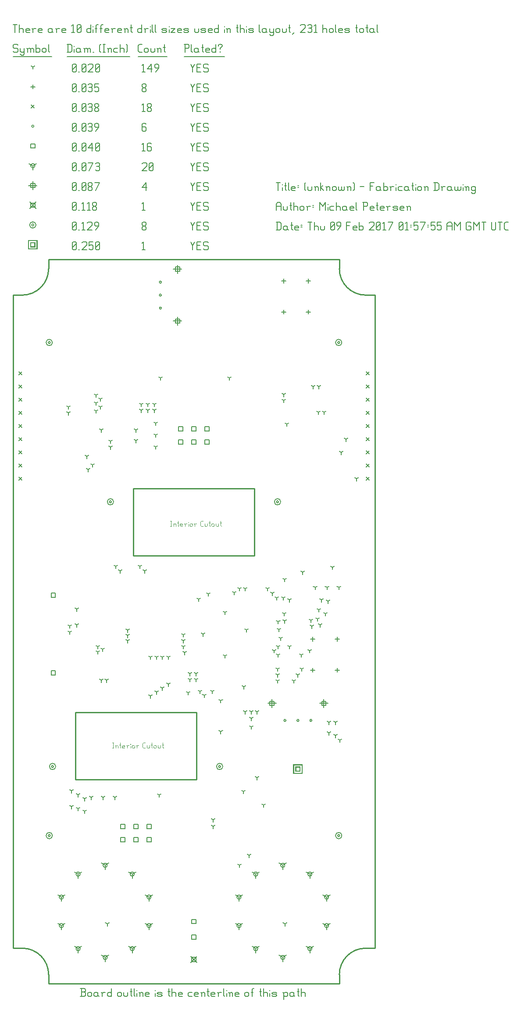
<source format=gbr>
G04 start of page 12 for group -3984 idx -3984 *
G04 Title: (unknown), fab *
G04 Creator: pcb 20140316 *
G04 CreationDate: Thu 09 Feb 2017 01:57:55 AM GMT UTC *
G04 For: railfan *
G04 Format: Gerber/RS-274X *
G04 PCB-Dimensions (mil): 2750.00 5500.00 *
G04 PCB-Coordinate-Origin: lower left *
%MOIN*%
%FSLAX25Y25*%
%LNFAB*%
%ADD144C,0.0050*%
%ADD143C,0.0040*%
%ADD142C,0.0100*%
%ADD141C,0.0075*%
%ADD140C,0.0060*%
%ADD139R,0.0080X0.0080*%
G54D139*X214900Y164600D02*X218100D01*
X214900D02*Y161400D01*
X218100D01*
Y164600D02*Y161400D01*
X213300Y166200D02*X219700D01*
X213300D02*Y159800D01*
X219700D01*
Y166200D02*Y159800D01*
X13400Y562850D02*X16600D01*
X13400D02*Y559650D01*
X16600D01*
Y562850D02*Y559650D01*
X11800Y564450D02*X18200D01*
X11800D02*Y558050D01*
X18200D01*
Y564450D02*Y558050D01*
G54D140*X135000Y563500D02*X136500Y560500D01*
X138000Y563500D01*
X136500Y560500D02*Y557500D01*
X139800Y560800D02*X142050D01*
X139800Y557500D02*X142800D01*
X139800Y563500D02*Y557500D01*
Y563500D02*X142800D01*
X147600D02*X148350Y562750D01*
X145350Y563500D02*X147600D01*
X144600Y562750D02*X145350Y563500D01*
X144600Y562750D02*Y561250D01*
X145350Y560500D01*
X147600D01*
X148350Y559750D01*
Y558250D01*
X147600Y557500D02*X148350Y558250D01*
X145350Y557500D02*X147600D01*
X144600Y558250D02*X145350Y557500D01*
X98000Y562300D02*X99200Y563500D01*
Y557500D01*
X98000D02*X100250D01*
X45000Y558250D02*X45750Y557500D01*
X45000Y562750D02*Y558250D01*
Y562750D02*X45750Y563500D01*
X47250D01*
X48000Y562750D01*
Y558250D01*
X47250Y557500D02*X48000Y558250D01*
X45750Y557500D02*X47250D01*
X45000Y559000D02*X48000Y562000D01*
X49800Y557500D02*X50550D01*
X52350Y562750D02*X53100Y563500D01*
X55350D01*
X56100Y562750D01*
Y561250D01*
X52350Y557500D02*X56100Y561250D01*
X52350Y557500D02*X56100D01*
X57900Y563500D02*X60900D01*
X57900D02*Y560500D01*
X58650Y561250D01*
X60150D01*
X60900Y560500D01*
Y558250D01*
X60150Y557500D02*X60900Y558250D01*
X58650Y557500D02*X60150D01*
X57900Y558250D02*X58650Y557500D01*
X62700Y558250D02*X63450Y557500D01*
X62700Y562750D02*Y558250D01*
Y562750D02*X63450Y563500D01*
X64950D01*
X65700Y562750D01*
Y558250D01*
X64950Y557500D02*X65700Y558250D01*
X63450Y557500D02*X64950D01*
X62700Y559000D02*X65700Y562000D01*
X246700Y112500D02*G75*G03X248300Y112500I800J0D01*G01*
G75*G03X246700Y112500I-800J0D01*G01*
X245100D02*G75*G03X249900Y112500I2400J0D01*G01*
G75*G03X245100Y112500I-2400J0D01*G01*
X26700D02*G75*G03X28300Y112500I800J0D01*G01*
G75*G03X26700Y112500I-800J0D01*G01*
X25100D02*G75*G03X29900Y112500I2400J0D01*G01*
G75*G03X25100Y112500I-2400J0D01*G01*
X246700Y487000D02*G75*G03X248300Y487000I800J0D01*G01*
G75*G03X246700Y487000I-800J0D01*G01*
X245100D02*G75*G03X249900Y487000I2400J0D01*G01*
G75*G03X245100Y487000I-2400J0D01*G01*
X26700D02*G75*G03X28300Y487000I800J0D01*G01*
G75*G03X26700Y487000I-800J0D01*G01*
X25100D02*G75*G03X29900Y487000I2400J0D01*G01*
G75*G03X25100Y487000I-2400J0D01*G01*
X156200Y165000D02*G75*G03X157800Y165000I800J0D01*G01*
G75*G03X156200Y165000I-800J0D01*G01*
X154600D02*G75*G03X159400Y165000I2400J0D01*G01*
G75*G03X154600Y165000I-2400J0D01*G01*
X29200D02*G75*G03X30800Y165000I800J0D01*G01*
G75*G03X29200Y165000I-800J0D01*G01*
X27600D02*G75*G03X32400Y165000I2400J0D01*G01*
G75*G03X27600Y165000I-2400J0D01*G01*
X73200Y366000D02*G75*G03X74800Y366000I800J0D01*G01*
G75*G03X73200Y366000I-800J0D01*G01*
X71600D02*G75*G03X76400Y366000I2400J0D01*G01*
G75*G03X71600Y366000I-2400J0D01*G01*
X200200D02*G75*G03X201800Y366000I800J0D01*G01*
G75*G03X200200Y366000I-800J0D01*G01*
X198600D02*G75*G03X203400Y366000I2400J0D01*G01*
G75*G03X198600Y366000I-2400J0D01*G01*
X14200Y576250D02*G75*G03X15800Y576250I800J0D01*G01*
G75*G03X14200Y576250I-800J0D01*G01*
X12600D02*G75*G03X17400Y576250I2400J0D01*G01*
G75*G03X12600Y576250I-2400J0D01*G01*
X135000Y578500D02*X136500Y575500D01*
X138000Y578500D01*
X136500Y575500D02*Y572500D01*
X139800Y575800D02*X142050D01*
X139800Y572500D02*X142800D01*
X139800Y578500D02*Y572500D01*
Y578500D02*X142800D01*
X147600D02*X148350Y577750D01*
X145350Y578500D02*X147600D01*
X144600Y577750D02*X145350Y578500D01*
X144600Y577750D02*Y576250D01*
X145350Y575500D01*
X147600D01*
X148350Y574750D01*
Y573250D01*
X147600Y572500D02*X148350Y573250D01*
X145350Y572500D02*X147600D01*
X144600Y573250D02*X145350Y572500D01*
X98000Y573250D02*X98750Y572500D01*
X98000Y574450D02*Y573250D01*
Y574450D02*X99050Y575500D01*
X99950D01*
X101000Y574450D01*
Y573250D01*
X100250Y572500D02*X101000Y573250D01*
X98750Y572500D02*X100250D01*
X98000Y576550D02*X99050Y575500D01*
X98000Y577750D02*Y576550D01*
Y577750D02*X98750Y578500D01*
X100250D01*
X101000Y577750D01*
Y576550D01*
X99950Y575500D02*X101000Y576550D01*
X45000Y573250D02*X45750Y572500D01*
X45000Y577750D02*Y573250D01*
Y577750D02*X45750Y578500D01*
X47250D01*
X48000Y577750D01*
Y573250D01*
X47250Y572500D02*X48000Y573250D01*
X45750Y572500D02*X47250D01*
X45000Y574000D02*X48000Y577000D01*
X49800Y572500D02*X50550D01*
X52350Y577300D02*X53550Y578500D01*
Y572500D01*
X52350D02*X54600D01*
X56400Y577750D02*X57150Y578500D01*
X59400D01*
X60150Y577750D01*
Y576250D01*
X56400Y572500D02*X60150Y576250D01*
X56400Y572500D02*X60150D01*
X62700D02*X64950Y575500D01*
Y577750D02*Y575500D01*
X64200Y578500D02*X64950Y577750D01*
X62700Y578500D02*X64200D01*
X61950Y577750D02*X62700Y578500D01*
X61950Y577750D02*Y576250D01*
X62700Y575500D01*
X64950D01*
X135100Y20900D02*X139900Y16100D01*
X135100D02*X139900Y20900D01*
X135900Y20100D02*X139100D01*
X135900D02*Y16900D01*
X139100D01*
Y20100D02*Y16900D01*
X12600Y593650D02*X17400Y588850D01*
X12600D02*X17400Y593650D01*
X13400Y592850D02*X16600D01*
X13400D02*Y589650D01*
X16600D01*
Y592850D02*Y589650D01*
X135000Y593500D02*X136500Y590500D01*
X138000Y593500D01*
X136500Y590500D02*Y587500D01*
X139800Y590800D02*X142050D01*
X139800Y587500D02*X142800D01*
X139800Y593500D02*Y587500D01*
Y593500D02*X142800D01*
X147600D02*X148350Y592750D01*
X145350Y593500D02*X147600D01*
X144600Y592750D02*X145350Y593500D01*
X144600Y592750D02*Y591250D01*
X145350Y590500D01*
X147600D01*
X148350Y589750D01*
Y588250D01*
X147600Y587500D02*X148350Y588250D01*
X145350Y587500D02*X147600D01*
X144600Y588250D02*X145350Y587500D01*
X98000Y592300D02*X99200Y593500D01*
Y587500D01*
X98000D02*X100250D01*
X45000Y588250D02*X45750Y587500D01*
X45000Y592750D02*Y588250D01*
Y592750D02*X45750Y593500D01*
X47250D01*
X48000Y592750D01*
Y588250D01*
X47250Y587500D02*X48000Y588250D01*
X45750Y587500D02*X47250D01*
X45000Y589000D02*X48000Y592000D01*
X49800Y587500D02*X50550D01*
X52350Y592300D02*X53550Y593500D01*
Y587500D01*
X52350D02*X54600D01*
X56400Y592300D02*X57600Y593500D01*
Y587500D01*
X56400D02*X58650D01*
X60450Y588250D02*X61200Y587500D01*
X60450Y589450D02*Y588250D01*
Y589450D02*X61500Y590500D01*
X62400D01*
X63450Y589450D01*
Y588250D01*
X62700Y587500D02*X63450Y588250D01*
X61200Y587500D02*X62700D01*
X60450Y591550D02*X61500Y590500D01*
X60450Y592750D02*Y591550D01*
Y592750D02*X61200Y593500D01*
X62700D01*
X63450Y592750D01*
Y591550D01*
X62400Y590500D02*X63450Y591550D01*
X236185Y216192D02*Y209792D01*
X232985Y212992D02*X239385D01*
X234585Y214592D02*X237785D01*
X234585D02*Y211392D01*
X237785D01*
Y214592D02*Y211392D01*
X196815Y216192D02*Y209792D01*
X193615Y212992D02*X200015D01*
X195215Y214592D02*X198415D01*
X195215D02*Y211392D01*
X198415D01*
Y214592D02*Y211392D01*
X124992Y506515D02*Y500115D01*
X121792Y503315D02*X128192D01*
X123392Y504915D02*X126592D01*
X123392D02*Y501715D01*
X126592D01*
Y504915D02*Y501715D01*
X124992Y545885D02*Y539485D01*
X121792Y542685D02*X128192D01*
X123392Y544285D02*X126592D01*
X123392D02*Y541085D01*
X126592D01*
Y544285D02*Y541085D01*
X15000Y609450D02*Y603050D01*
X11800Y606250D02*X18200D01*
X13400Y607850D02*X16600D01*
X13400D02*Y604650D01*
X16600D01*
Y607850D02*Y604650D01*
X135000Y608500D02*X136500Y605500D01*
X138000Y608500D01*
X136500Y605500D02*Y602500D01*
X139800Y605800D02*X142050D01*
X139800Y602500D02*X142800D01*
X139800Y608500D02*Y602500D01*
Y608500D02*X142800D01*
X147600D02*X148350Y607750D01*
X145350Y608500D02*X147600D01*
X144600Y607750D02*X145350Y608500D01*
X144600Y607750D02*Y606250D01*
X145350Y605500D01*
X147600D01*
X148350Y604750D01*
Y603250D01*
X147600Y602500D02*X148350Y603250D01*
X145350Y602500D02*X147600D01*
X144600Y603250D02*X145350Y602500D01*
X98000Y604750D02*X101000Y608500D01*
X98000Y604750D02*X101750D01*
X101000Y608500D02*Y602500D01*
X45000Y603250D02*X45750Y602500D01*
X45000Y607750D02*Y603250D01*
Y607750D02*X45750Y608500D01*
X47250D01*
X48000Y607750D01*
Y603250D01*
X47250Y602500D02*X48000Y603250D01*
X45750Y602500D02*X47250D01*
X45000Y604000D02*X48000Y607000D01*
X49800Y602500D02*X50550D01*
X52350Y603250D02*X53100Y602500D01*
X52350Y607750D02*Y603250D01*
Y607750D02*X53100Y608500D01*
X54600D01*
X55350Y607750D01*
Y603250D01*
X54600Y602500D02*X55350Y603250D01*
X53100Y602500D02*X54600D01*
X52350Y604000D02*X55350Y607000D01*
X57150Y603250D02*X57900Y602500D01*
X57150Y604450D02*Y603250D01*
Y604450D02*X58200Y605500D01*
X59100D01*
X60150Y604450D01*
Y603250D01*
X59400Y602500D02*X60150Y603250D01*
X57900Y602500D02*X59400D01*
X57150Y606550D02*X58200Y605500D01*
X57150Y607750D02*Y606550D01*
Y607750D02*X57900Y608500D01*
X59400D01*
X60150Y607750D01*
Y606550D01*
X59100Y605500D02*X60150Y606550D01*
X62700Y602500D02*X65700Y608500D01*
X61950D02*X65700D01*
X184428Y83316D02*Y80116D01*
Y83316D02*X187201Y84916D01*
X184428Y83316D02*X181655Y84916D01*
X182828Y83316D02*G75*G03X186028Y83316I1600J0D01*G01*
G75*G03X182828Y83316I-1600J0D01*G01*
X204999Y90000D02*Y86800D01*
Y90000D02*X207772Y91600D01*
X204999Y90000D02*X202226Y91600D01*
X203399Y90000D02*G75*G03X206599Y90000I1600J0D01*G01*
G75*G03X203399Y90000I-1600J0D01*G01*
X225572Y83316D02*Y80116D01*
Y83316D02*X228345Y84916D01*
X225572Y83316D02*X222799Y84916D01*
X223972Y83316D02*G75*G03X227172Y83316I1600J0D01*G01*
G75*G03X223972Y83316I-1600J0D01*G01*
X238287Y65815D02*Y62615D01*
Y65815D02*X241060Y67415D01*
X238287Y65815D02*X235514Y67415D01*
X236687Y65815D02*G75*G03X239887Y65815I1600J0D01*G01*
G75*G03X236687Y65815I-1600J0D01*G01*
X238287Y44184D02*Y40984D01*
Y44184D02*X241060Y45784D01*
X238287Y44184D02*X235514Y45784D01*
X236687Y44184D02*G75*G03X239887Y44184I1600J0D01*G01*
G75*G03X236687Y44184I-1600J0D01*G01*
X225572Y26684D02*Y23484D01*
Y26684D02*X228345Y28284D01*
X225572Y26684D02*X222799Y28284D01*
X223972Y26684D02*G75*G03X227172Y26684I1600J0D01*G01*
G75*G03X223972Y26684I-1600J0D01*G01*
X205001Y20000D02*Y16800D01*
Y20000D02*X207774Y21600D01*
X205001Y20000D02*X202228Y21600D01*
X203401Y20000D02*G75*G03X206601Y20000I1600J0D01*G01*
G75*G03X203401Y20000I-1600J0D01*G01*
X184428Y26684D02*Y23484D01*
Y26684D02*X187201Y28284D01*
X184428Y26684D02*X181655Y28284D01*
X182828Y26684D02*G75*G03X186028Y26684I1600J0D01*G01*
G75*G03X182828Y26684I-1600J0D01*G01*
X171713Y44185D02*Y40985D01*
Y44185D02*X174486Y45785D01*
X171713Y44185D02*X168940Y45785D01*
X170113Y44185D02*G75*G03X173313Y44185I1600J0D01*G01*
G75*G03X170113Y44185I-1600J0D01*G01*
X171713Y65816D02*Y62616D01*
Y65816D02*X174486Y67416D01*
X171713Y65816D02*X168940Y67416D01*
X170113Y65816D02*G75*G03X173313Y65816I1600J0D01*G01*
G75*G03X170113Y65816I-1600J0D01*G01*
X49428Y83316D02*Y80116D01*
Y83316D02*X52201Y84916D01*
X49428Y83316D02*X46655Y84916D01*
X47828Y83316D02*G75*G03X51028Y83316I1600J0D01*G01*
G75*G03X47828Y83316I-1600J0D01*G01*
X69999Y90000D02*Y86800D01*
Y90000D02*X72772Y91600D01*
X69999Y90000D02*X67226Y91600D01*
X68399Y90000D02*G75*G03X71599Y90000I1600J0D01*G01*
G75*G03X68399Y90000I-1600J0D01*G01*
X90572Y83316D02*Y80116D01*
Y83316D02*X93345Y84916D01*
X90572Y83316D02*X87799Y84916D01*
X88972Y83316D02*G75*G03X92172Y83316I1600J0D01*G01*
G75*G03X88972Y83316I-1600J0D01*G01*
X103287Y65815D02*Y62615D01*
Y65815D02*X106060Y67415D01*
X103287Y65815D02*X100514Y67415D01*
X101687Y65815D02*G75*G03X104887Y65815I1600J0D01*G01*
G75*G03X101687Y65815I-1600J0D01*G01*
X103287Y44184D02*Y40984D01*
Y44184D02*X106060Y45784D01*
X103287Y44184D02*X100514Y45784D01*
X101687Y44184D02*G75*G03X104887Y44184I1600J0D01*G01*
G75*G03X101687Y44184I-1600J0D01*G01*
X90572Y26684D02*Y23484D01*
Y26684D02*X93345Y28284D01*
X90572Y26684D02*X87799Y28284D01*
X88972Y26684D02*G75*G03X92172Y26684I1600J0D01*G01*
G75*G03X88972Y26684I-1600J0D01*G01*
X70001Y20000D02*Y16800D01*
Y20000D02*X72774Y21600D01*
X70001Y20000D02*X67228Y21600D01*
X68401Y20000D02*G75*G03X71601Y20000I1600J0D01*G01*
G75*G03X68401Y20000I-1600J0D01*G01*
X49428Y26684D02*Y23484D01*
Y26684D02*X52201Y28284D01*
X49428Y26684D02*X46655Y28284D01*
X47828Y26684D02*G75*G03X51028Y26684I1600J0D01*G01*
G75*G03X47828Y26684I-1600J0D01*G01*
X36713Y44185D02*Y40985D01*
Y44185D02*X39486Y45785D01*
X36713Y44185D02*X33940Y45785D01*
X35113Y44185D02*G75*G03X38313Y44185I1600J0D01*G01*
G75*G03X35113Y44185I-1600J0D01*G01*
X36713Y65816D02*Y62616D01*
Y65816D02*X39486Y67416D01*
X36713Y65816D02*X33940Y67416D01*
X35113Y65816D02*G75*G03X38313Y65816I1600J0D01*G01*
G75*G03X35113Y65816I-1600J0D01*G01*
X15000Y621250D02*Y618050D01*
Y621250D02*X17773Y622850D01*
X15000Y621250D02*X12227Y622850D01*
X13400Y621250D02*G75*G03X16600Y621250I1600J0D01*G01*
G75*G03X13400Y621250I-1600J0D01*G01*
X135000Y623500D02*X136500Y620500D01*
X138000Y623500D01*
X136500Y620500D02*Y617500D01*
X139800Y620800D02*X142050D01*
X139800Y617500D02*X142800D01*
X139800Y623500D02*Y617500D01*
Y623500D02*X142800D01*
X147600D02*X148350Y622750D01*
X145350Y623500D02*X147600D01*
X144600Y622750D02*X145350Y623500D01*
X144600Y622750D02*Y621250D01*
X145350Y620500D01*
X147600D01*
X148350Y619750D01*
Y618250D01*
X147600Y617500D02*X148350Y618250D01*
X145350Y617500D02*X147600D01*
X144600Y618250D02*X145350Y617500D01*
X98000Y622750D02*X98750Y623500D01*
X101000D01*
X101750Y622750D01*
Y621250D01*
X98000Y617500D02*X101750Y621250D01*
X98000Y617500D02*X101750D01*
X103550Y618250D02*X104300Y617500D01*
X103550Y622750D02*Y618250D01*
Y622750D02*X104300Y623500D01*
X105800D01*
X106550Y622750D01*
Y618250D01*
X105800Y617500D02*X106550Y618250D01*
X104300Y617500D02*X105800D01*
X103550Y619000D02*X106550Y622000D01*
X45000Y618250D02*X45750Y617500D01*
X45000Y622750D02*Y618250D01*
Y622750D02*X45750Y623500D01*
X47250D01*
X48000Y622750D01*
Y618250D01*
X47250Y617500D02*X48000Y618250D01*
X45750Y617500D02*X47250D01*
X45000Y619000D02*X48000Y622000D01*
X49800Y617500D02*X50550D01*
X52350Y618250D02*X53100Y617500D01*
X52350Y622750D02*Y618250D01*
Y622750D02*X53100Y623500D01*
X54600D01*
X55350Y622750D01*
Y618250D01*
X54600Y617500D02*X55350Y618250D01*
X53100Y617500D02*X54600D01*
X52350Y619000D02*X55350Y622000D01*
X57900Y617500D02*X60900Y623500D01*
X57150D02*X60900D01*
X62700Y622750D02*X63450Y623500D01*
X64950D01*
X65700Y622750D01*
X64950Y617500D02*X65700Y618250D01*
X63450Y617500D02*X64950D01*
X62700Y618250D02*X63450Y617500D01*
Y620800D02*X64950D01*
X65700Y622750D02*Y621550D01*
Y620050D02*Y618250D01*
Y620050D02*X64950Y620800D01*
X65700Y621550D02*X64950Y620800D01*
X101900Y111100D02*X105100D01*
X101900D02*Y107900D01*
X105100D01*
Y111100D02*Y107900D01*
X91900Y111100D02*X95100D01*
X91900D02*Y107900D01*
X95100D01*
Y111100D02*Y107900D01*
X81900Y111100D02*X85100D01*
X81900D02*Y107900D01*
X85100D01*
Y111100D02*Y107900D01*
X101900Y121100D02*X105100D01*
X101900D02*Y117900D01*
X105100D01*
Y121100D02*Y117900D01*
X91900Y121100D02*X95100D01*
X91900D02*Y117900D01*
X95100D01*
Y121100D02*Y117900D01*
X81900Y121100D02*X85100D01*
X81900D02*Y117900D01*
X85100D01*
Y121100D02*Y117900D01*
X125900Y423100D02*X129100D01*
X125900D02*Y419900D01*
X129100D01*
Y423100D02*Y419900D01*
X135900Y423100D02*X139100D01*
X135900D02*Y419900D01*
X139100D01*
Y423100D02*Y419900D01*
X145900Y423100D02*X149100D01*
X145900D02*Y419900D01*
X149100D01*
Y423100D02*Y419900D01*
X125900Y413100D02*X129100D01*
X125900D02*Y409900D01*
X129100D01*
Y413100D02*Y409900D01*
X135900Y413100D02*X139100D01*
X135900D02*Y409900D01*
X139100D01*
Y413100D02*Y409900D01*
X145900Y413100D02*X149100D01*
X145900D02*Y409900D01*
X149100D01*
Y413100D02*Y409900D01*
X29000Y296600D02*X32200D01*
X29000D02*Y293400D01*
X32200D01*
Y296600D02*Y293400D01*
X29000Y237600D02*X32200D01*
X29000D02*Y234400D01*
X32200D01*
Y237600D02*Y234400D01*
X135900Y37100D02*X139100D01*
X135900D02*Y33900D01*
X139100D01*
Y37100D02*Y33900D01*
X135900Y48900D02*X139100D01*
X135900D02*Y45700D01*
X139100D01*
Y48900D02*Y45700D01*
X13400Y637850D02*X16600D01*
X13400D02*Y634650D01*
X16600D01*
Y637850D02*Y634650D01*
X135000Y638500D02*X136500Y635500D01*
X138000Y638500D01*
X136500Y635500D02*Y632500D01*
X139800Y635800D02*X142050D01*
X139800Y632500D02*X142800D01*
X139800Y638500D02*Y632500D01*
Y638500D02*X142800D01*
X147600D02*X148350Y637750D01*
X145350Y638500D02*X147600D01*
X144600Y637750D02*X145350Y638500D01*
X144600Y637750D02*Y636250D01*
X145350Y635500D01*
X147600D01*
X148350Y634750D01*
Y633250D01*
X147600Y632500D02*X148350Y633250D01*
X145350Y632500D02*X147600D01*
X144600Y633250D02*X145350Y632500D01*
X98000Y637300D02*X99200Y638500D01*
Y632500D01*
X98000D02*X100250D01*
X104300Y638500D02*X105050Y637750D01*
X102800Y638500D02*X104300D01*
X102050Y637750D02*X102800Y638500D01*
X102050Y637750D02*Y633250D01*
X102800Y632500D01*
X104300Y635800D02*X105050Y635050D01*
X102050Y635800D02*X104300D01*
X102800Y632500D02*X104300D01*
X105050Y633250D01*
Y635050D02*Y633250D01*
X45000D02*X45750Y632500D01*
X45000Y637750D02*Y633250D01*
Y637750D02*X45750Y638500D01*
X47250D01*
X48000Y637750D01*
Y633250D01*
X47250Y632500D02*X48000Y633250D01*
X45750Y632500D02*X47250D01*
X45000Y634000D02*X48000Y637000D01*
X49800Y632500D02*X50550D01*
X52350Y633250D02*X53100Y632500D01*
X52350Y637750D02*Y633250D01*
Y637750D02*X53100Y638500D01*
X54600D01*
X55350Y637750D01*
Y633250D01*
X54600Y632500D02*X55350Y633250D01*
X53100Y632500D02*X54600D01*
X52350Y634000D02*X55350Y637000D01*
X57150Y634750D02*X60150Y638500D01*
X57150Y634750D02*X60900D01*
X60150Y638500D02*Y632500D01*
X62700Y633250D02*X63450Y632500D01*
X62700Y637750D02*Y633250D01*
Y637750D02*X63450Y638500D01*
X64950D01*
X65700Y637750D01*
Y633250D01*
X64950Y632500D02*X65700Y633250D01*
X63450Y632500D02*X64950D01*
X62700Y634000D02*X65700Y637000D01*
X225543Y200000D02*G75*G03X227143Y200000I800J0D01*G01*
G75*G03X225543Y200000I-800J0D01*G01*
X215700D02*G75*G03X217300Y200000I800J0D01*G01*
G75*G03X215700Y200000I-800J0D01*G01*
X205857D02*G75*G03X207457Y200000I800J0D01*G01*
G75*G03X205857Y200000I-800J0D01*G01*
X111200Y513157D02*G75*G03X112800Y513157I800J0D01*G01*
G75*G03X111200Y513157I-800J0D01*G01*
Y523000D02*G75*G03X112800Y523000I800J0D01*G01*
G75*G03X111200Y523000I-800J0D01*G01*
Y532843D02*G75*G03X112800Y532843I800J0D01*G01*
G75*G03X111200Y532843I-800J0D01*G01*
X14200Y651250D02*G75*G03X15800Y651250I800J0D01*G01*
G75*G03X14200Y651250I-800J0D01*G01*
X135000Y653500D02*X136500Y650500D01*
X138000Y653500D01*
X136500Y650500D02*Y647500D01*
X139800Y650800D02*X142050D01*
X139800Y647500D02*X142800D01*
X139800Y653500D02*Y647500D01*
Y653500D02*X142800D01*
X147600D02*X148350Y652750D01*
X145350Y653500D02*X147600D01*
X144600Y652750D02*X145350Y653500D01*
X144600Y652750D02*Y651250D01*
X145350Y650500D01*
X147600D01*
X148350Y649750D01*
Y648250D01*
X147600Y647500D02*X148350Y648250D01*
X145350Y647500D02*X147600D01*
X144600Y648250D02*X145350Y647500D01*
X100250Y653500D02*X101000Y652750D01*
X98750Y653500D02*X100250D01*
X98000Y652750D02*X98750Y653500D01*
X98000Y652750D02*Y648250D01*
X98750Y647500D01*
X100250Y650800D02*X101000Y650050D01*
X98000Y650800D02*X100250D01*
X98750Y647500D02*X100250D01*
X101000Y648250D01*
Y650050D02*Y648250D01*
X45000D02*X45750Y647500D01*
X45000Y652750D02*Y648250D01*
Y652750D02*X45750Y653500D01*
X47250D01*
X48000Y652750D01*
Y648250D01*
X47250Y647500D02*X48000Y648250D01*
X45750Y647500D02*X47250D01*
X45000Y649000D02*X48000Y652000D01*
X49800Y647500D02*X50550D01*
X52350Y648250D02*X53100Y647500D01*
X52350Y652750D02*Y648250D01*
Y652750D02*X53100Y653500D01*
X54600D01*
X55350Y652750D01*
Y648250D01*
X54600Y647500D02*X55350Y648250D01*
X53100Y647500D02*X54600D01*
X52350Y649000D02*X55350Y652000D01*
X57150Y652750D02*X57900Y653500D01*
X59400D01*
X60150Y652750D01*
X59400Y647500D02*X60150Y648250D01*
X57900Y647500D02*X59400D01*
X57150Y648250D02*X57900Y647500D01*
Y650800D02*X59400D01*
X60150Y652750D02*Y651550D01*
Y650050D02*Y648250D01*
Y650050D02*X59400Y650800D01*
X60150Y651550D02*X59400Y650800D01*
X62700Y647500D02*X64950Y650500D01*
Y652750D02*Y650500D01*
X64200Y653500D02*X64950Y652750D01*
X62700Y653500D02*X64200D01*
X61950Y652750D02*X62700Y653500D01*
X61950Y652750D02*Y651250D01*
X62700Y650500D01*
X64950D01*
X4300Y384700D02*X6700Y382300D01*
X4300D02*X6700Y384700D01*
X4300Y394700D02*X6700Y392300D01*
X4300D02*X6700Y394700D01*
X4300Y404700D02*X6700Y402300D01*
X4300D02*X6700Y404700D01*
X4300Y414700D02*X6700Y412300D01*
X4300D02*X6700Y414700D01*
X4300Y424700D02*X6700Y422300D01*
X4300D02*X6700Y424700D01*
X4300Y434700D02*X6700Y432300D01*
X4300D02*X6700Y434700D01*
X4300Y444700D02*X6700Y442300D01*
X4300D02*X6700Y444700D01*
X4300Y454700D02*X6700Y452300D01*
X4300D02*X6700Y454700D01*
X4300Y464700D02*X6700Y462300D01*
X4300D02*X6700Y464700D01*
X268300Y384700D02*X270700Y382300D01*
X268300D02*X270700Y384700D01*
X268300Y394700D02*X270700Y392300D01*
X268300D02*X270700Y394700D01*
X268300Y404700D02*X270700Y402300D01*
X268300D02*X270700Y404700D01*
X268300Y414700D02*X270700Y412300D01*
X268300D02*X270700Y414700D01*
X268300Y424700D02*X270700Y422300D01*
X268300D02*X270700Y424700D01*
X268300Y434700D02*X270700Y432300D01*
X268300D02*X270700Y434700D01*
X268300Y444700D02*X270700Y442300D01*
X268300D02*X270700Y444700D01*
X268300Y454700D02*X270700Y452300D01*
X268300D02*X270700Y454700D01*
X268300Y464700D02*X270700Y462300D01*
X268300D02*X270700Y464700D01*
X13800Y667450D02*X16200Y665050D01*
X13800D02*X16200Y667450D01*
X135000Y668500D02*X136500Y665500D01*
X138000Y668500D01*
X136500Y665500D02*Y662500D01*
X139800Y665800D02*X142050D01*
X139800Y662500D02*X142800D01*
X139800Y668500D02*Y662500D01*
Y668500D02*X142800D01*
X147600D02*X148350Y667750D01*
X145350Y668500D02*X147600D01*
X144600Y667750D02*X145350Y668500D01*
X144600Y667750D02*Y666250D01*
X145350Y665500D01*
X147600D01*
X148350Y664750D01*
Y663250D01*
X147600Y662500D02*X148350Y663250D01*
X145350Y662500D02*X147600D01*
X144600Y663250D02*X145350Y662500D01*
X98000Y667300D02*X99200Y668500D01*
Y662500D01*
X98000D02*X100250D01*
X102050Y663250D02*X102800Y662500D01*
X102050Y664450D02*Y663250D01*
Y664450D02*X103100Y665500D01*
X104000D01*
X105050Y664450D01*
Y663250D01*
X104300Y662500D02*X105050Y663250D01*
X102800Y662500D02*X104300D01*
X102050Y666550D02*X103100Y665500D01*
X102050Y667750D02*Y666550D01*
Y667750D02*X102800Y668500D01*
X104300D01*
X105050Y667750D01*
Y666550D01*
X104000Y665500D02*X105050Y666550D01*
X45000Y663250D02*X45750Y662500D01*
X45000Y667750D02*Y663250D01*
Y667750D02*X45750Y668500D01*
X47250D01*
X48000Y667750D01*
Y663250D01*
X47250Y662500D02*X48000Y663250D01*
X45750Y662500D02*X47250D01*
X45000Y664000D02*X48000Y667000D01*
X49800Y662500D02*X50550D01*
X52350Y663250D02*X53100Y662500D01*
X52350Y667750D02*Y663250D01*
Y667750D02*X53100Y668500D01*
X54600D01*
X55350Y667750D01*
Y663250D01*
X54600Y662500D02*X55350Y663250D01*
X53100Y662500D02*X54600D01*
X52350Y664000D02*X55350Y667000D01*
X57150Y667750D02*X57900Y668500D01*
X59400D01*
X60150Y667750D01*
X59400Y662500D02*X60150Y663250D01*
X57900Y662500D02*X59400D01*
X57150Y663250D02*X57900Y662500D01*
Y665800D02*X59400D01*
X60150Y667750D02*Y666550D01*
Y665050D02*Y663250D01*
Y665050D02*X59400Y665800D01*
X60150Y666550D02*X59400Y665800D01*
X61950Y663250D02*X62700Y662500D01*
X61950Y664450D02*Y663250D01*
Y664450D02*X63000Y665500D01*
X63900D01*
X64950Y664450D01*
Y663250D01*
X64200Y662500D02*X64950Y663250D01*
X62700Y662500D02*X64200D01*
X61950Y666550D02*X63000Y665500D01*
X61950Y667750D02*Y666550D01*
Y667750D02*X62700Y668500D01*
X64200D01*
X64950Y667750D01*
Y666550D01*
X63900Y665500D02*X64950Y666550D01*
X227650Y239800D02*Y236600D01*
X226050Y238200D02*X229250D01*
X227650Y263400D02*Y260200D01*
X226050Y261800D02*X229250D01*
X246350Y239800D02*Y236600D01*
X244750Y238200D02*X247950D01*
X246350Y263400D02*Y260200D01*
X244750Y261800D02*X247950D01*
X205650Y511800D02*Y508600D01*
X204050Y510200D02*X207250D01*
X205650Y535400D02*Y532200D01*
X204050Y533800D02*X207250D01*
X224350Y511800D02*Y508600D01*
X222750Y510200D02*X225950D01*
X224350Y535400D02*Y532200D01*
X222750Y533800D02*X225950D01*
X15000Y682850D02*Y679650D01*
X13400Y681250D02*X16600D01*
X135000Y683500D02*X136500Y680500D01*
X138000Y683500D01*
X136500Y680500D02*Y677500D01*
X139800Y680800D02*X142050D01*
X139800Y677500D02*X142800D01*
X139800Y683500D02*Y677500D01*
Y683500D02*X142800D01*
X147600D02*X148350Y682750D01*
X145350Y683500D02*X147600D01*
X144600Y682750D02*X145350Y683500D01*
X144600Y682750D02*Y681250D01*
X145350Y680500D01*
X147600D01*
X148350Y679750D01*
Y678250D01*
X147600Y677500D02*X148350Y678250D01*
X145350Y677500D02*X147600D01*
X144600Y678250D02*X145350Y677500D01*
X98000Y678250D02*X98750Y677500D01*
X98000Y679450D02*Y678250D01*
Y679450D02*X99050Y680500D01*
X99950D01*
X101000Y679450D01*
Y678250D01*
X100250Y677500D02*X101000Y678250D01*
X98750Y677500D02*X100250D01*
X98000Y681550D02*X99050Y680500D01*
X98000Y682750D02*Y681550D01*
Y682750D02*X98750Y683500D01*
X100250D01*
X101000Y682750D01*
Y681550D01*
X99950Y680500D02*X101000Y681550D01*
X45000Y678250D02*X45750Y677500D01*
X45000Y682750D02*Y678250D01*
Y682750D02*X45750Y683500D01*
X47250D01*
X48000Y682750D01*
Y678250D01*
X47250Y677500D02*X48000Y678250D01*
X45750Y677500D02*X47250D01*
X45000Y679000D02*X48000Y682000D01*
X49800Y677500D02*X50550D01*
X52350Y678250D02*X53100Y677500D01*
X52350Y682750D02*Y678250D01*
Y682750D02*X53100Y683500D01*
X54600D01*
X55350Y682750D01*
Y678250D01*
X54600Y677500D02*X55350Y678250D01*
X53100Y677500D02*X54600D01*
X52350Y679000D02*X55350Y682000D01*
X57150Y682750D02*X57900Y683500D01*
X59400D01*
X60150Y682750D01*
X59400Y677500D02*X60150Y678250D01*
X57900Y677500D02*X59400D01*
X57150Y678250D02*X57900Y677500D01*
Y680800D02*X59400D01*
X60150Y682750D02*Y681550D01*
Y680050D02*Y678250D01*
Y680050D02*X59400Y680800D01*
X60150Y681550D02*X59400Y680800D01*
X61950Y683500D02*X64950D01*
X61950D02*Y680500D01*
X62700Y681250D01*
X64200D01*
X64950Y680500D01*
Y678250D01*
X64200Y677500D02*X64950Y678250D01*
X62700Y677500D02*X64200D01*
X61950Y678250D02*X62700Y677500D01*
X87000Y268500D02*Y266900D01*
Y268500D02*X88387Y269300D01*
X87000Y268500D02*X85613Y269300D01*
X87000Y260500D02*Y258900D01*
Y260500D02*X88387Y261300D01*
X87000Y260500D02*X85613Y261300D01*
X87000Y264500D02*Y262900D01*
Y264500D02*X88387Y265300D01*
X87000Y264500D02*X85613Y265300D01*
X68000Y254000D02*Y252400D01*
Y254000D02*X69387Y254800D01*
X68000Y254000D02*X66613Y254800D01*
X64500Y256000D02*Y254400D01*
Y256000D02*X65887Y256800D01*
X64500Y256000D02*X63113Y256800D01*
X64500Y252000D02*Y250400D01*
Y252000D02*X65887Y252800D01*
X64500Y252000D02*X63113Y252800D01*
X71000Y230500D02*Y228900D01*
Y230500D02*X72387Y231300D01*
X71000Y230500D02*X69613Y231300D01*
X67000Y230500D02*Y228900D01*
Y230500D02*X68387Y231300D01*
X67000Y230500D02*X65613Y231300D01*
X145252Y219000D02*Y217400D01*
Y219000D02*X146639Y219800D01*
X145252Y219000D02*X143865Y219800D01*
X161000Y249000D02*Y247400D01*
Y249000D02*X162387Y249800D01*
X161000Y249000D02*X159613Y249800D01*
X177500Y268649D02*Y267049D01*
Y268649D02*X178887Y269449D01*
X177500Y268649D02*X176113Y269449D01*
X161000Y282000D02*Y280400D01*
Y282000D02*X162387Y282800D01*
X161000Y282000D02*X159613Y282800D01*
X144500Y265500D02*Y263900D01*
Y265500D02*X145887Y266300D01*
X144500Y265500D02*X143113Y266300D01*
X172000Y300000D02*Y298400D01*
Y300000D02*X173387Y300800D01*
X172000Y300000D02*X170613Y300800D01*
X176500Y300000D02*Y298400D01*
Y300000D02*X177887Y300800D01*
X176500Y300000D02*X175113Y300800D01*
X134500Y235500D02*Y233900D01*
Y235500D02*X135887Y236300D01*
X134500Y235500D02*X133113Y236300D01*
X134500Y231000D02*Y229400D01*
Y231000D02*X135887Y231800D01*
X134500Y231000D02*X133113Y231800D01*
X97500Y440000D02*Y438400D01*
Y440000D02*X98887Y440800D01*
X97500Y440000D02*X96113Y440800D01*
X102500Y440000D02*Y438400D01*
Y440000D02*X103887Y440800D01*
X102500Y440000D02*X101113Y440800D01*
X97500Y435500D02*Y433900D01*
Y435500D02*X98887Y436300D01*
X97500Y435500D02*X96113Y436300D01*
X102500Y435500D02*Y433900D01*
Y435500D02*X103887Y436300D01*
X102500Y435500D02*X101113Y436300D01*
X107500Y440000D02*Y438400D01*
Y440000D02*X108887Y440800D01*
X107500Y440000D02*X106113Y440800D01*
X107500Y435500D02*Y433900D01*
Y435500D02*X108887Y436300D01*
X107500Y435500D02*X106113Y436300D01*
X129500Y256052D02*Y254452D01*
Y256052D02*X130887Y256852D01*
X129500Y256052D02*X128113Y256852D01*
X71575Y45500D02*Y43900D01*
Y45500D02*X72962Y46300D01*
X71575Y45500D02*X70188Y46300D01*
X206575Y45500D02*Y43900D01*
Y45500D02*X207962Y46300D01*
X206575Y45500D02*X205189Y46300D01*
X157850Y215000D02*Y213400D01*
Y215000D02*X159237Y215800D01*
X157850Y215000D02*X156463Y215800D01*
X151500Y222000D02*Y220400D01*
Y222000D02*X152887Y222800D01*
X151500Y222000D02*X150113Y222800D01*
X142000Y222000D02*Y220400D01*
Y222000D02*X143387Y222800D01*
X142000Y222000D02*X140613Y222800D01*
X181000Y195000D02*Y193400D01*
Y195000D02*X182387Y195800D01*
X181000Y195000D02*X179613Y195800D01*
X201500Y256051D02*Y254451D01*
Y256051D02*X202887Y256851D01*
X201500Y256051D02*X200113Y256851D01*
X210000Y256051D02*Y254451D01*
Y256051D02*X211387Y256851D01*
X210000Y256051D02*X208613Y256851D01*
X74000Y407500D02*Y405900D01*
Y407500D02*X75387Y408300D01*
X74000Y407500D02*X72613Y408300D01*
X201000Y230000D02*Y228400D01*
Y230000D02*X202387Y230800D01*
X201000Y230000D02*X199613Y230800D01*
X201000Y234500D02*Y232900D01*
Y234500D02*X202387Y235300D01*
X201000Y234500D02*X199613Y235300D01*
X213500Y230000D02*Y228400D01*
Y230000D02*X214887Y230800D01*
X213500Y230000D02*X212113Y230800D01*
X216500Y234500D02*Y232900D01*
Y234500D02*X217887Y235300D01*
X216500Y234500D02*X215113Y235300D01*
X201000Y239000D02*Y237400D01*
Y239000D02*X202387Y239800D01*
X201000Y239000D02*X199613Y239800D01*
X219500Y239000D02*Y237400D01*
Y239000D02*X220887Y239800D01*
X219500Y239000D02*X218113Y239800D01*
X201500Y249752D02*Y248152D01*
Y249752D02*X202887Y250552D01*
X201500Y249752D02*X200113Y250552D01*
X219000Y249752D02*Y248152D01*
Y249752D02*X220387Y250552D01*
X219000Y249752D02*X217613Y250552D01*
X198500Y252901D02*Y251301D01*
Y252901D02*X199887Y253701D01*
X198500Y252901D02*X197113Y253701D01*
X225500Y252901D02*Y251301D01*
Y252901D02*X226887Y253701D01*
X225500Y252901D02*X224113Y253701D01*
X203500Y262350D02*Y260750D01*
Y262350D02*X204887Y263150D01*
X203500Y262350D02*X202113Y263150D01*
X261000Y383500D02*Y381900D01*
Y383500D02*X262387Y384300D01*
X261000Y383500D02*X259613Y384300D01*
X202000Y269000D02*Y267400D01*
Y269000D02*X203387Y269800D01*
X202000Y269000D02*X200613Y269800D01*
X233500Y272500D02*Y270900D01*
Y272500D02*X234887Y273300D01*
X233500Y272500D02*X232113Y273300D01*
X231500Y277000D02*Y275400D01*
Y277000D02*X232887Y277800D01*
X231500Y277000D02*X230113Y277800D01*
X237500Y281000D02*Y279400D01*
Y281000D02*X238887Y281800D01*
X237500Y281000D02*X236113Y281800D01*
X232500Y284000D02*Y282400D01*
Y284000D02*X233887Y284800D01*
X232500Y284000D02*X231113Y284800D01*
X206000Y281000D02*Y279400D01*
Y281000D02*X207387Y281800D01*
X206000Y281000D02*X204613Y281800D01*
X206500Y275500D02*Y273900D01*
Y275500D02*X207887Y276300D01*
X206500Y275500D02*X205113Y276300D01*
X253000Y413500D02*Y411900D01*
Y413500D02*X254387Y414300D01*
X253000Y413500D02*X251613Y414300D01*
X249500Y403500D02*Y401900D01*
Y403500D02*X250887Y404300D01*
X249500Y403500D02*X248113Y404300D01*
X232500Y453500D02*Y451900D01*
Y453500D02*X233887Y454300D01*
X232500Y453500D02*X231113Y454300D01*
X56000Y400500D02*Y398900D01*
Y400500D02*X57387Y401300D01*
X56000Y400500D02*X54613Y401300D01*
X93500Y412500D02*Y410900D01*
Y412500D02*X94887Y413300D01*
X93500Y412500D02*X92113Y413300D01*
X239500Y290500D02*Y288900D01*
Y290500D02*X240887Y291300D01*
X239500Y290500D02*X238113Y291300D01*
X67000Y420500D02*Y418900D01*
Y420500D02*X68387Y421300D01*
X67000Y420500D02*X65613Y421300D01*
X93500Y420500D02*Y418900D01*
Y420500D02*X94887Y421300D01*
X93500Y420500D02*X92113Y421300D01*
X190500Y135740D02*Y134140D01*
Y135740D02*X191887Y136540D01*
X190500Y135740D02*X189113Y136540D01*
X157850Y191500D02*Y189900D01*
Y191500D02*X159237Y192300D01*
X157850Y191500D02*X156463Y192300D01*
X175000Y146000D02*Y144400D01*
Y146000D02*X176387Y146800D01*
X175000Y146000D02*X173613Y146800D01*
X220000Y312500D02*Y310900D01*
Y312500D02*X221387Y313300D01*
X220000Y312500D02*X218613Y313300D01*
X200500Y293000D02*Y291400D01*
Y293000D02*X201887Y293800D01*
X200500Y293000D02*X199113Y293800D01*
X197000Y296500D02*Y294900D01*
Y296500D02*X198387Y297300D01*
X197000Y296500D02*X195613Y297300D01*
X193500Y300000D02*Y298400D01*
Y300000D02*X194887Y300800D01*
X193500Y300000D02*X192113Y300800D01*
X60500Y394000D02*Y392400D01*
Y394000D02*X61887Y394800D01*
X60500Y394000D02*X59113Y394800D01*
X206500Y307000D02*Y305400D01*
Y307000D02*X207887Y307800D01*
X206500Y307000D02*X205113Y307800D01*
X104500Y248000D02*Y246400D01*
Y248000D02*X105887Y248800D01*
X104500Y248000D02*X103113Y248800D01*
X109000Y248000D02*Y246400D01*
Y248000D02*X110387Y248800D01*
X109000Y248000D02*X107613Y248800D01*
X113500Y248000D02*Y246400D01*
Y248000D02*X114887Y248800D01*
X113500Y248000D02*X112113Y248800D01*
X118000Y248000D02*Y246400D01*
Y248000D02*X119387Y248800D01*
X118000Y248000D02*X116613Y248800D01*
X130500Y251500D02*Y249900D01*
Y251500D02*X131887Y252300D01*
X130500Y251500D02*X129113Y252300D01*
X129500Y260500D02*Y258900D01*
Y260500D02*X130887Y261300D01*
X129500Y260500D02*X128113Y261300D01*
X129500Y265000D02*Y263400D01*
Y265000D02*X130887Y265800D01*
X129500Y265000D02*X128113Y265800D01*
X205650Y447500D02*Y445900D01*
Y447500D02*X207037Y448300D01*
X205650Y447500D02*X204263Y448300D01*
X49500Y133000D02*Y131400D01*
Y133000D02*X50887Y133800D01*
X49500Y133000D02*X48113Y133800D01*
X49500Y143500D02*Y141900D01*
Y143500D02*X50887Y144300D01*
X49500Y143500D02*X48113Y144300D01*
X54500Y131000D02*Y129400D01*
Y131000D02*X55887Y131800D01*
X54500Y131000D02*X53113Y131800D01*
X54500Y140500D02*Y138900D01*
Y140500D02*X55887Y141300D01*
X54500Y140500D02*X53113Y141300D01*
X44500Y134500D02*Y132900D01*
Y134500D02*X45887Y135300D01*
X44500Y134500D02*X43113Y135300D01*
X44500Y146500D02*Y144900D01*
Y146500D02*X45887Y147300D01*
X44500Y146500D02*X43113Y147300D01*
X111124Y143348D02*Y141748D01*
Y143348D02*X112511Y144148D01*
X111124Y143348D02*X109737Y144148D01*
X172000Y90000D02*Y88400D01*
Y90000D02*X173387Y90800D01*
X172000Y90000D02*X170613Y90800D01*
X179500Y97500D02*Y95900D01*
Y97500D02*X180887Y98300D01*
X179500Y97500D02*X178113Y98300D01*
X208000Y425000D02*Y423400D01*
Y425000D02*X209387Y425800D01*
X208000Y425000D02*X206613Y425800D01*
X185500Y206500D02*Y204900D01*
Y206500D02*X186887Y207300D01*
X185500Y206500D02*X184113Y207300D01*
X181000Y201500D02*Y199900D01*
Y201500D02*X182387Y202300D01*
X181000Y201500D02*X179613Y202300D01*
X181000Y206500D02*Y204900D01*
Y206500D02*X182387Y207300D01*
X181000Y206500D02*X179613Y207300D01*
X176500Y206500D02*Y204900D01*
Y206500D02*X177887Y207300D01*
X176500Y206500D02*X175113Y207300D01*
X248500Y185000D02*Y183400D01*
Y185000D02*X249887Y185800D01*
X248500Y185000D02*X247113Y185800D01*
X141000Y292000D02*Y290400D01*
Y292000D02*X142387Y292800D01*
X141000Y292000D02*X139613Y292800D01*
X226500Y276000D02*Y274400D01*
Y276000D02*X227887Y276800D01*
X226500Y276000D02*X225113Y276800D01*
X164500Y460000D02*Y458400D01*
Y460000D02*X165887Y460800D01*
X164500Y460000D02*X163113Y460800D01*
X201552Y274948D02*Y273348D01*
Y274948D02*X202939Y275748D01*
X201552Y274948D02*X200165Y275748D01*
X205500Y293000D02*Y291400D01*
Y293000D02*X206887Y293800D01*
X205500Y293000D02*X204113Y293800D01*
X234500Y291500D02*Y289900D01*
Y291500D02*X235887Y292300D01*
X234500Y291500D02*X233113Y292300D01*
X210000Y291500D02*Y289900D01*
Y291500D02*X211387Y292300D01*
X210000Y291500D02*X208613Y292300D01*
X227000Y271500D02*Y269900D01*
Y271500D02*X228387Y272300D01*
X227000Y271500D02*X225613Y272300D01*
X74000Y412000D02*Y410400D01*
Y412000D02*X75387Y412800D01*
X74000Y412000D02*X72613Y412800D01*
X57000Y390500D02*Y388900D01*
Y390500D02*X58387Y391300D01*
X57000Y390500D02*X55613Y391300D01*
X112000Y460000D02*Y458400D01*
Y460000D02*X113387Y460800D01*
X112000Y460000D02*X110613Y460800D01*
X63000Y435000D02*Y433400D01*
Y435000D02*X64387Y435800D01*
X63000Y435000D02*X61613Y435800D01*
X66500Y438000D02*Y436400D01*
Y438000D02*X67887Y438800D01*
X66500Y438000D02*X65113Y438800D01*
X63000Y441000D02*Y439400D01*
Y441000D02*X64387Y441800D01*
X63000Y441000D02*X61613Y441800D01*
X66500Y444000D02*Y442400D01*
Y444000D02*X67887Y444800D01*
X66500Y444000D02*X65113Y444800D01*
X63000Y447000D02*Y445400D01*
Y447000D02*X64387Y447800D01*
X63000Y447000D02*X61613Y447800D01*
X108500Y407600D02*Y406000D01*
Y407600D02*X109887Y408400D01*
X108500Y407600D02*X107113Y408400D01*
X108500Y425600D02*Y424000D01*
Y425600D02*X109887Y426400D01*
X108500Y425600D02*X107113Y426400D01*
X108500Y416600D02*Y415000D01*
Y416600D02*X109887Y417400D01*
X108500Y416600D02*X107113Y417400D01*
X238600Y301000D02*Y299400D01*
Y301000D02*X239987Y301800D01*
X238600Y301000D02*X237213Y301800D01*
X247600Y301000D02*Y299400D01*
Y301000D02*X248987Y301800D01*
X247600Y301000D02*X246213Y301800D01*
X229600Y301000D02*Y299400D01*
Y301000D02*X230987Y301800D01*
X229600Y301000D02*X228213Y301800D01*
X242700Y316200D02*Y314600D01*
Y316200D02*X244087Y317000D01*
X242700Y316200D02*X241313Y317000D01*
X77400Y141500D02*Y139900D01*
Y141500D02*X78787Y142300D01*
X77400Y141500D02*X76013Y142300D01*
X59400Y141500D02*Y139900D01*
Y141500D02*X60787Y142300D01*
X59400Y141500D02*X58013Y142300D01*
X68400Y141500D02*Y139900D01*
Y141500D02*X69787Y142300D01*
X68400Y141500D02*X67013Y142300D01*
X152000Y124500D02*Y122900D01*
Y124500D02*X153387Y125300D01*
X152000Y124500D02*X150613Y125300D01*
X152000Y119500D02*Y117900D01*
Y119500D02*X153387Y120300D01*
X152000Y119500D02*X150613Y120300D01*
X43000Y271700D02*Y270100D01*
Y271700D02*X44387Y272500D01*
X43000Y271700D02*X41613Y272500D01*
X43000Y267000D02*Y265400D01*
Y267000D02*X44387Y267800D01*
X43000Y267000D02*X41613Y267800D01*
X245000Y198500D02*Y196900D01*
Y198500D02*X246387Y199300D01*
X245000Y198500D02*X243613Y199300D01*
X245000Y188500D02*Y186900D01*
Y188500D02*X246387Y189300D01*
X245000Y188500D02*X243613Y189300D01*
X240000Y198500D02*Y196900D01*
Y198500D02*X241387Y199300D01*
X240000Y198500D02*X238613Y199300D01*
X240000Y190500D02*Y188900D01*
Y190500D02*X241387Y191300D01*
X240000Y190500D02*X238613Y191300D01*
X185500Y156500D02*Y154900D01*
Y156500D02*X186887Y157300D01*
X185500Y156500D02*X184113Y157300D01*
X133000Y221000D02*Y219400D01*
Y221000D02*X134387Y221800D01*
X133000Y221000D02*X131613Y221800D01*
X175500Y225500D02*Y223900D01*
Y225500D02*X176887Y226300D01*
X175500Y225500D02*X174113Y226300D01*
X228000Y453500D02*Y451900D01*
Y453500D02*X229387Y454300D01*
X228000Y453500D02*X226613Y454300D01*
X205650Y443000D02*Y441400D01*
Y443000D02*X207037Y443800D01*
X205650Y443000D02*X204263Y443800D01*
X232000Y434000D02*Y432400D01*
Y434000D02*X233387Y434800D01*
X232000Y434000D02*X230613Y434800D01*
X236500Y434000D02*Y432400D01*
Y434000D02*X237887Y434800D01*
X236500Y434000D02*X235113Y434800D01*
X42000Y433500D02*Y431900D01*
Y433500D02*X43387Y434300D01*
X42000Y433500D02*X40613Y434300D01*
X42000Y438000D02*Y436400D01*
Y438000D02*X43387Y438800D01*
X42000Y438000D02*X40613Y438800D01*
X168000Y297000D02*Y295400D01*
Y297000D02*X169387Y297800D01*
X168000Y297000D02*X166613Y297800D01*
X78000Y317000D02*Y315400D01*
Y317000D02*X79387Y317800D01*
X78000Y317000D02*X76613Y317800D01*
X96500Y317000D02*Y315400D01*
Y317000D02*X97887Y317800D01*
X96500Y317000D02*X95113Y317800D01*
X48500Y284500D02*Y282900D01*
Y284500D02*X49887Y285300D01*
X48500Y284500D02*X47113Y285300D01*
X48500Y272500D02*Y270900D01*
Y272500D02*X49887Y273300D01*
X48500Y272500D02*X47113Y273300D01*
X81500Y313500D02*Y311900D01*
Y313500D02*X82887Y314300D01*
X81500Y313500D02*X80113Y314300D01*
X100000Y313500D02*Y311900D01*
Y313500D02*X101387Y314300D01*
X100000Y313500D02*X98613Y314300D01*
X148402Y296000D02*Y294400D01*
Y296000D02*X149789Y296800D01*
X148402Y296000D02*X147015Y296800D01*
X139000Y235500D02*Y233900D01*
Y235500D02*X140387Y236300D01*
X139000Y235500D02*X137613Y236300D01*
X139000Y231000D02*Y229400D01*
Y231000D02*X140387Y231800D01*
X139000Y231000D02*X137613Y231800D01*
X118000Y227500D02*Y225900D01*
Y227500D02*X119387Y228300D01*
X118000Y227500D02*X116613Y228300D01*
X113500Y224500D02*Y222900D01*
Y224500D02*X114887Y225300D01*
X113500Y224500D02*X112113Y225300D01*
X109000Y221500D02*Y219900D01*
Y221500D02*X110387Y222300D01*
X109000Y221500D02*X107613Y222300D01*
X104500Y218500D02*Y216900D01*
Y218500D02*X105887Y219300D01*
X104500Y218500D02*X103113Y219300D01*
X15000Y696250D02*Y694650D01*
Y696250D02*X16387Y697050D01*
X15000Y696250D02*X13613Y697050D01*
X135000Y698500D02*X136500Y695500D01*
X138000Y698500D01*
X136500Y695500D02*Y692500D01*
X139800Y695800D02*X142050D01*
X139800Y692500D02*X142800D01*
X139800Y698500D02*Y692500D01*
Y698500D02*X142800D01*
X147600D02*X148350Y697750D01*
X145350Y698500D02*X147600D01*
X144600Y697750D02*X145350Y698500D01*
X144600Y697750D02*Y696250D01*
X145350Y695500D01*
X147600D01*
X148350Y694750D01*
Y693250D01*
X147600Y692500D02*X148350Y693250D01*
X145350Y692500D02*X147600D01*
X144600Y693250D02*X145350Y692500D01*
X98000Y697300D02*X99200Y698500D01*
Y692500D01*
X98000D02*X100250D01*
X102050Y694750D02*X105050Y698500D01*
X102050Y694750D02*X105800D01*
X105050Y698500D02*Y692500D01*
X108350D02*X110600Y695500D01*
Y697750D02*Y695500D01*
X109850Y698500D02*X110600Y697750D01*
X108350Y698500D02*X109850D01*
X107600Y697750D02*X108350Y698500D01*
X107600Y697750D02*Y696250D01*
X108350Y695500D01*
X110600D01*
X45000Y693250D02*X45750Y692500D01*
X45000Y697750D02*Y693250D01*
Y697750D02*X45750Y698500D01*
X47250D01*
X48000Y697750D01*
Y693250D01*
X47250Y692500D02*X48000Y693250D01*
X45750Y692500D02*X47250D01*
X45000Y694000D02*X48000Y697000D01*
X49800Y692500D02*X50550D01*
X52350Y693250D02*X53100Y692500D01*
X52350Y697750D02*Y693250D01*
Y697750D02*X53100Y698500D01*
X54600D01*
X55350Y697750D01*
Y693250D01*
X54600Y692500D02*X55350Y693250D01*
X53100Y692500D02*X54600D01*
X52350Y694000D02*X55350Y697000D01*
X57150Y697750D02*X57900Y698500D01*
X60150D01*
X60900Y697750D01*
Y696250D01*
X57150Y692500D02*X60900Y696250D01*
X57150Y692500D02*X60900D01*
X62700Y693250D02*X63450Y692500D01*
X62700Y697750D02*Y693250D01*
Y697750D02*X63450Y698500D01*
X64950D01*
X65700Y697750D01*
Y693250D01*
X64950Y692500D02*X65700Y693250D01*
X63450Y692500D02*X64950D01*
X62700Y694000D02*X65700Y697000D01*
X3000Y713500D02*X3750Y712750D01*
X750Y713500D02*X3000D01*
X0Y712750D02*X750Y713500D01*
X0Y712750D02*Y711250D01*
X750Y710500D01*
X3000D01*
X3750Y709750D01*
Y708250D01*
X3000Y707500D02*X3750Y708250D01*
X750Y707500D02*X3000D01*
X0Y708250D02*X750Y707500D01*
X5550Y710500D02*Y708250D01*
X6300Y707500D01*
X8550Y710500D02*Y706000D01*
X7800Y705250D02*X8550Y706000D01*
X6300Y705250D02*X7800D01*
X5550Y706000D02*X6300Y705250D01*
Y707500D02*X7800D01*
X8550Y708250D01*
X11100Y709750D02*Y707500D01*
Y709750D02*X11850Y710500D01*
X12600D01*
X13350Y709750D01*
Y707500D01*
Y709750D02*X14100Y710500D01*
X14850D01*
X15600Y709750D01*
Y707500D01*
X10350Y710500D02*X11100Y709750D01*
X17400Y713500D02*Y707500D01*
Y708250D02*X18150Y707500D01*
X19650D01*
X20400Y708250D01*
Y709750D02*Y708250D01*
X19650Y710500D02*X20400Y709750D01*
X18150Y710500D02*X19650D01*
X17400Y709750D02*X18150Y710500D01*
X22200Y709750D02*Y708250D01*
Y709750D02*X22950Y710500D01*
X24450D01*
X25200Y709750D01*
Y708250D01*
X24450Y707500D02*X25200Y708250D01*
X22950Y707500D02*X24450D01*
X22200Y708250D02*X22950Y707500D01*
X27000Y713500D02*Y708250D01*
X27750Y707500D01*
X0Y704250D02*X29250D01*
X41750Y713500D02*Y707500D01*
X43700Y713500D02*X44750Y712450D01*
Y708550D01*
X43700Y707500D02*X44750Y708550D01*
X41000Y707500D02*X43700D01*
X41000Y713500D02*X43700D01*
G54D141*X46550Y712000D02*Y711850D01*
G54D140*Y709750D02*Y707500D01*
X50300Y710500D02*X51050Y709750D01*
X48800Y710500D02*X50300D01*
X48050Y709750D02*X48800Y710500D01*
X48050Y709750D02*Y708250D01*
X48800Y707500D01*
X51050Y710500D02*Y708250D01*
X51800Y707500D01*
X48800D02*X50300D01*
X51050Y708250D01*
X54350Y709750D02*Y707500D01*
Y709750D02*X55100Y710500D01*
X55850D01*
X56600Y709750D01*
Y707500D01*
Y709750D02*X57350Y710500D01*
X58100D01*
X58850Y709750D01*
Y707500D01*
X53600Y710500D02*X54350Y709750D01*
X60650Y707500D02*X61400D01*
X65900Y708250D02*X66650Y707500D01*
X65900Y712750D02*X66650Y713500D01*
X65900Y712750D02*Y708250D01*
X68450Y713500D02*X69950D01*
X69200D02*Y707500D01*
X68450D02*X69950D01*
X72500Y709750D02*Y707500D01*
Y709750D02*X73250Y710500D01*
X74000D01*
X74750Y709750D01*
Y707500D01*
X71750Y710500D02*X72500Y709750D01*
X77300Y710500D02*X79550D01*
X76550Y709750D02*X77300Y710500D01*
X76550Y709750D02*Y708250D01*
X77300Y707500D01*
X79550D01*
X81350Y713500D02*Y707500D01*
Y709750D02*X82100Y710500D01*
X83600D01*
X84350Y709750D01*
Y707500D01*
X86150Y713500D02*X86900Y712750D01*
Y708250D01*
X86150Y707500D02*X86900Y708250D01*
X41000Y704250D02*X88700D01*
X96050Y707500D02*X98000D01*
X95000Y708550D02*X96050Y707500D01*
X95000Y712450D02*Y708550D01*
Y712450D02*X96050Y713500D01*
X98000D01*
X99800Y709750D02*Y708250D01*
Y709750D02*X100550Y710500D01*
X102050D01*
X102800Y709750D01*
Y708250D01*
X102050Y707500D02*X102800Y708250D01*
X100550Y707500D02*X102050D01*
X99800Y708250D02*X100550Y707500D01*
X104600Y710500D02*Y708250D01*
X105350Y707500D01*
X106850D01*
X107600Y708250D01*
Y710500D02*Y708250D01*
X110150Y709750D02*Y707500D01*
Y709750D02*X110900Y710500D01*
X111650D01*
X112400Y709750D01*
Y707500D01*
X109400Y710500D02*X110150Y709750D01*
X114950Y713500D02*Y708250D01*
X115700Y707500D01*
X114200Y711250D02*X115700D01*
X95000Y704250D02*X117200D01*
X130750Y713500D02*Y707500D01*
X130000Y713500D02*X133000D01*
X133750Y712750D01*
Y711250D01*
X133000Y710500D02*X133750Y711250D01*
X130750Y710500D02*X133000D01*
X135550Y713500D02*Y708250D01*
X136300Y707500D01*
X140050Y710500D02*X140800Y709750D01*
X138550Y710500D02*X140050D01*
X137800Y709750D02*X138550Y710500D01*
X137800Y709750D02*Y708250D01*
X138550Y707500D01*
X140800Y710500D02*Y708250D01*
X141550Y707500D01*
X138550D02*X140050D01*
X140800Y708250D01*
X144100Y713500D02*Y708250D01*
X144850Y707500D01*
X143350Y711250D02*X144850D01*
X147100Y707500D02*X149350D01*
X146350Y708250D02*X147100Y707500D01*
X146350Y709750D02*Y708250D01*
Y709750D02*X147100Y710500D01*
X148600D01*
X149350Y709750D01*
X146350Y709000D02*X149350D01*
Y709750D02*Y709000D01*
X154150Y713500D02*Y707500D01*
X153400D02*X154150Y708250D01*
X151900Y707500D02*X153400D01*
X151150Y708250D02*X151900Y707500D01*
X151150Y709750D02*Y708250D01*
Y709750D02*X151900Y710500D01*
X153400D01*
X154150Y709750D01*
X157450Y710500D02*Y709750D01*
Y708250D02*Y707500D01*
X155950Y712750D02*Y712000D01*
Y712750D02*X156700Y713500D01*
X158200D01*
X158950Y712750D01*
Y712000D01*
X157450Y710500D02*X158950Y712000D01*
X130000Y704250D02*X160750D01*
X0Y728500D02*X3000D01*
X1500D02*Y722500D01*
X4800Y728500D02*Y722500D01*
Y724750D02*X5550Y725500D01*
X7050D01*
X7800Y724750D01*
Y722500D01*
X10350D02*X12600D01*
X9600Y723250D02*X10350Y722500D01*
X9600Y724750D02*Y723250D01*
Y724750D02*X10350Y725500D01*
X11850D01*
X12600Y724750D01*
X9600Y724000D02*X12600D01*
Y724750D02*Y724000D01*
X15150Y724750D02*Y722500D01*
Y724750D02*X15900Y725500D01*
X17400D01*
X14400D02*X15150Y724750D01*
X19950Y722500D02*X22200D01*
X19200Y723250D02*X19950Y722500D01*
X19200Y724750D02*Y723250D01*
Y724750D02*X19950Y725500D01*
X21450D01*
X22200Y724750D01*
X19200Y724000D02*X22200D01*
Y724750D02*Y724000D01*
X28950Y725500D02*X29700Y724750D01*
X27450Y725500D02*X28950D01*
X26700Y724750D02*X27450Y725500D01*
X26700Y724750D02*Y723250D01*
X27450Y722500D01*
X29700Y725500D02*Y723250D01*
X30450Y722500D01*
X27450D02*X28950D01*
X29700Y723250D01*
X33000Y724750D02*Y722500D01*
Y724750D02*X33750Y725500D01*
X35250D01*
X32250D02*X33000Y724750D01*
X37800Y722500D02*X40050D01*
X37050Y723250D02*X37800Y722500D01*
X37050Y724750D02*Y723250D01*
Y724750D02*X37800Y725500D01*
X39300D01*
X40050Y724750D01*
X37050Y724000D02*X40050D01*
Y724750D02*Y724000D01*
X44550Y727300D02*X45750Y728500D01*
Y722500D01*
X44550D02*X46800D01*
X48600Y723250D02*X49350Y722500D01*
X48600Y727750D02*Y723250D01*
Y727750D02*X49350Y728500D01*
X50850D01*
X51600Y727750D01*
Y723250D01*
X50850Y722500D02*X51600Y723250D01*
X49350Y722500D02*X50850D01*
X48600Y724000D02*X51600Y727000D01*
X59100Y728500D02*Y722500D01*
X58350D02*X59100Y723250D01*
X56850Y722500D02*X58350D01*
X56100Y723250D02*X56850Y722500D01*
X56100Y724750D02*Y723250D01*
Y724750D02*X56850Y725500D01*
X58350D01*
X59100Y724750D01*
G54D141*X60900Y727000D02*Y726850D01*
G54D140*Y724750D02*Y722500D01*
X63150Y727750D02*Y722500D01*
Y727750D02*X63900Y728500D01*
X64650D01*
X62400Y725500D02*X63900D01*
X66900Y727750D02*Y722500D01*
Y727750D02*X67650Y728500D01*
X68400D01*
X66150Y725500D02*X67650D01*
X70650Y722500D02*X72900D01*
X69900Y723250D02*X70650Y722500D01*
X69900Y724750D02*Y723250D01*
Y724750D02*X70650Y725500D01*
X72150D01*
X72900Y724750D01*
X69900Y724000D02*X72900D01*
Y724750D02*Y724000D01*
X75450Y724750D02*Y722500D01*
Y724750D02*X76200Y725500D01*
X77700D01*
X74700D02*X75450Y724750D01*
X80250Y722500D02*X82500D01*
X79500Y723250D02*X80250Y722500D01*
X79500Y724750D02*Y723250D01*
Y724750D02*X80250Y725500D01*
X81750D01*
X82500Y724750D01*
X79500Y724000D02*X82500D01*
Y724750D02*Y724000D01*
X85050Y724750D02*Y722500D01*
Y724750D02*X85800Y725500D01*
X86550D01*
X87300Y724750D01*
Y722500D01*
X84300Y725500D02*X85050Y724750D01*
X89850Y728500D02*Y723250D01*
X90600Y722500D01*
X89100Y726250D02*X90600D01*
X97800Y728500D02*Y722500D01*
X97050D02*X97800Y723250D01*
X95550Y722500D02*X97050D01*
X94800Y723250D02*X95550Y722500D01*
X94800Y724750D02*Y723250D01*
Y724750D02*X95550Y725500D01*
X97050D01*
X97800Y724750D01*
X100350D02*Y722500D01*
Y724750D02*X101100Y725500D01*
X102600D01*
X99600D02*X100350Y724750D01*
G54D141*X104400Y727000D02*Y726850D01*
G54D140*Y724750D02*Y722500D01*
X105900Y728500D02*Y723250D01*
X106650Y722500D01*
X108150Y728500D02*Y723250D01*
X108900Y722500D01*
X113850D02*X116100D01*
X116850Y723250D01*
X116100Y724000D02*X116850Y723250D01*
X113850Y724000D02*X116100D01*
X113100Y724750D02*X113850Y724000D01*
X113100Y724750D02*X113850Y725500D01*
X116100D01*
X116850Y724750D01*
X113100Y723250D02*X113850Y722500D01*
G54D141*X118650Y727000D02*Y726850D01*
G54D140*Y724750D02*Y722500D01*
X120150Y725500D02*X123150D01*
X120150Y722500D02*X123150Y725500D01*
X120150Y722500D02*X123150D01*
X125700D02*X127950D01*
X124950Y723250D02*X125700Y722500D01*
X124950Y724750D02*Y723250D01*
Y724750D02*X125700Y725500D01*
X127200D01*
X127950Y724750D01*
X124950Y724000D02*X127950D01*
Y724750D02*Y724000D01*
X130500Y722500D02*X132750D01*
X133500Y723250D01*
X132750Y724000D02*X133500Y723250D01*
X130500Y724000D02*X132750D01*
X129750Y724750D02*X130500Y724000D01*
X129750Y724750D02*X130500Y725500D01*
X132750D01*
X133500Y724750D01*
X129750Y723250D02*X130500Y722500D01*
X138000Y725500D02*Y723250D01*
X138750Y722500D01*
X140250D01*
X141000Y723250D01*
Y725500D02*Y723250D01*
X143550Y722500D02*X145800D01*
X146550Y723250D01*
X145800Y724000D02*X146550Y723250D01*
X143550Y724000D02*X145800D01*
X142800Y724750D02*X143550Y724000D01*
X142800Y724750D02*X143550Y725500D01*
X145800D01*
X146550Y724750D01*
X142800Y723250D02*X143550Y722500D01*
X149100D02*X151350D01*
X148350Y723250D02*X149100Y722500D01*
X148350Y724750D02*Y723250D01*
Y724750D02*X149100Y725500D01*
X150600D01*
X151350Y724750D01*
X148350Y724000D02*X151350D01*
Y724750D02*Y724000D01*
X156150Y728500D02*Y722500D01*
X155400D02*X156150Y723250D01*
X153900Y722500D02*X155400D01*
X153150Y723250D02*X153900Y722500D01*
X153150Y724750D02*Y723250D01*
Y724750D02*X153900Y725500D01*
X155400D01*
X156150Y724750D01*
G54D141*X160650Y727000D02*Y726850D01*
G54D140*Y724750D02*Y722500D01*
X162900Y724750D02*Y722500D01*
Y724750D02*X163650Y725500D01*
X164400D01*
X165150Y724750D01*
Y722500D01*
X162150Y725500D02*X162900Y724750D01*
X170400Y728500D02*Y723250D01*
X171150Y722500D01*
X169650Y726250D02*X171150D01*
X172650Y728500D02*Y722500D01*
Y724750D02*X173400Y725500D01*
X174900D01*
X175650Y724750D01*
Y722500D01*
G54D141*X177450Y727000D02*Y726850D01*
G54D140*Y724750D02*Y722500D01*
X179700D02*X181950D01*
X182700Y723250D01*
X181950Y724000D02*X182700Y723250D01*
X179700Y724000D02*X181950D01*
X178950Y724750D02*X179700Y724000D01*
X178950Y724750D02*X179700Y725500D01*
X181950D01*
X182700Y724750D01*
X178950Y723250D02*X179700Y722500D01*
X187200Y728500D02*Y723250D01*
X187950Y722500D01*
X191700Y725500D02*X192450Y724750D01*
X190200Y725500D02*X191700D01*
X189450Y724750D02*X190200Y725500D01*
X189450Y724750D02*Y723250D01*
X190200Y722500D01*
X192450Y725500D02*Y723250D01*
X193200Y722500D01*
X190200D02*X191700D01*
X192450Y723250D01*
X195000Y725500D02*Y723250D01*
X195750Y722500D01*
X198000Y725500D02*Y721000D01*
X197250Y720250D02*X198000Y721000D01*
X195750Y720250D02*X197250D01*
X195000Y721000D02*X195750Y720250D01*
Y722500D02*X197250D01*
X198000Y723250D01*
X199800Y724750D02*Y723250D01*
Y724750D02*X200550Y725500D01*
X202050D01*
X202800Y724750D01*
Y723250D01*
X202050Y722500D02*X202800Y723250D01*
X200550Y722500D02*X202050D01*
X199800Y723250D02*X200550Y722500D01*
X204600Y725500D02*Y723250D01*
X205350Y722500D01*
X206850D01*
X207600Y723250D01*
Y725500D02*Y723250D01*
X210150Y728500D02*Y723250D01*
X210900Y722500D01*
X209400Y726250D02*X210900D01*
X212400Y721000D02*X213900Y722500D01*
X218400Y727750D02*X219150Y728500D01*
X221400D01*
X222150Y727750D01*
Y726250D01*
X218400Y722500D02*X222150Y726250D01*
X218400Y722500D02*X222150D01*
X223950Y727750D02*X224700Y728500D01*
X226200D01*
X226950Y727750D01*
X226200Y722500D02*X226950Y723250D01*
X224700Y722500D02*X226200D01*
X223950Y723250D02*X224700Y722500D01*
Y725800D02*X226200D01*
X226950Y727750D02*Y726550D01*
Y725050D02*Y723250D01*
Y725050D02*X226200Y725800D01*
X226950Y726550D02*X226200Y725800D01*
X228750Y727300D02*X229950Y728500D01*
Y722500D01*
X228750D02*X231000D01*
X235500Y728500D02*Y722500D01*
Y724750D02*X236250Y725500D01*
X237750D01*
X238500Y724750D01*
Y722500D01*
X240300Y724750D02*Y723250D01*
Y724750D02*X241050Y725500D01*
X242550D01*
X243300Y724750D01*
Y723250D01*
X242550Y722500D02*X243300Y723250D01*
X241050Y722500D02*X242550D01*
X240300Y723250D02*X241050Y722500D01*
X245100Y728500D02*Y723250D01*
X245850Y722500D01*
X248100D02*X250350D01*
X247350Y723250D02*X248100Y722500D01*
X247350Y724750D02*Y723250D01*
Y724750D02*X248100Y725500D01*
X249600D01*
X250350Y724750D01*
X247350Y724000D02*X250350D01*
Y724750D02*Y724000D01*
X252900Y722500D02*X255150D01*
X255900Y723250D01*
X255150Y724000D02*X255900Y723250D01*
X252900Y724000D02*X255150D01*
X252150Y724750D02*X252900Y724000D01*
X252150Y724750D02*X252900Y725500D01*
X255150D01*
X255900Y724750D01*
X252150Y723250D02*X252900Y722500D01*
X261150Y728500D02*Y723250D01*
X261900Y722500D01*
X260400Y726250D02*X261900D01*
X263400Y724750D02*Y723250D01*
Y724750D02*X264150Y725500D01*
X265650D01*
X266400Y724750D01*
Y723250D01*
X265650Y722500D02*X266400Y723250D01*
X264150Y722500D02*X265650D01*
X263400Y723250D02*X264150Y722500D01*
X268950Y728500D02*Y723250D01*
X269700Y722500D01*
X268200Y726250D02*X269700D01*
X273450Y725500D02*X274200Y724750D01*
X271950Y725500D02*X273450D01*
X271200Y724750D02*X271950Y725500D01*
X271200Y724750D02*Y723250D01*
X271950Y722500D01*
X274200Y725500D02*Y723250D01*
X274950Y722500D01*
X271950D02*X273450D01*
X274200Y723250D01*
X276750Y728500D02*Y723250D01*
X277500Y722500D01*
G54D142*X7000Y523000D02*X0D01*
X27000Y543000D02*Y550000D01*
X248000D01*
Y543000D01*
X268000Y523000D02*X275000D01*
Y27000D01*
X268000D01*
X248000Y7000D02*Y0D01*
X27000D01*
Y7000D01*
X7000Y27000D02*X0D01*
Y523000D01*
X183500Y376000D02*Y325000D01*
X91500D01*
Y376000D01*
X183500D01*
X47500Y206000D02*Y155000D01*
Y206000D02*X139500D01*
Y155000D01*
X47500D02*X139500D01*
X27000Y543000D02*G75*G02X7000Y523000I-20000J0D01*G01*
X268000D02*G75*G02X248000Y543000I0J20000D01*G01*
Y7000D02*G75*G02X268000Y27000I20000J0D01*G01*
X7000D02*G75*G02X27000Y7000I0J-20000D01*G01*
G54D143*X119500Y351500D02*X120500D01*
X120000D02*Y347500D01*
X119500D02*X120500D01*
X122200Y349000D02*Y347500D01*
Y349000D02*X122700Y349500D01*
X123200D01*
X123700Y349000D01*
Y347500D01*
X121700Y349500D02*X122200Y349000D01*
X125400Y351500D02*Y348000D01*
X125900Y347500D01*
X124900Y350000D02*X125900D01*
X127400Y347500D02*X128900D01*
X126900Y348000D02*X127400Y347500D01*
X126900Y349000D02*Y348000D01*
Y349000D02*X127400Y349500D01*
X128400D01*
X128900Y349000D01*
X126900Y348500D02*X128900D01*
Y349000D02*Y348500D01*
X130600Y349000D02*Y347500D01*
Y349000D02*X131100Y349500D01*
X132100D01*
X130100D02*X130600Y349000D01*
G54D144*X133300Y350500D02*Y350400D01*
G54D143*Y349000D02*Y347500D01*
X134300Y349000D02*Y348000D01*
Y349000D02*X134800Y349500D01*
X135800D01*
X136300Y349000D01*
Y348000D01*
X135800Y347500D02*X136300Y348000D01*
X134800Y347500D02*X135800D01*
X134300Y348000D02*X134800Y347500D01*
X138000Y349000D02*Y347500D01*
Y349000D02*X138500Y349500D01*
X139500D01*
X137500D02*X138000Y349000D01*
X143200Y347500D02*X144500D01*
X142500Y348200D02*X143200Y347500D01*
X142500Y350800D02*Y348200D01*
Y350800D02*X143200Y351500D01*
X144500D01*
X145700Y349500D02*Y348000D01*
X146200Y347500D01*
X147200D01*
X147700Y348000D01*
Y349500D02*Y348000D01*
X149400Y351500D02*Y348000D01*
X149900Y347500D01*
X148900Y350000D02*X149900D01*
X150900Y349000D02*Y348000D01*
Y349000D02*X151400Y349500D01*
X152400D01*
X152900Y349000D01*
Y348000D01*
X152400Y347500D02*X152900Y348000D01*
X151400Y347500D02*X152400D01*
X150900Y348000D02*X151400Y347500D01*
X154100Y349500D02*Y348000D01*
X154600Y347500D01*
X155600D01*
X156100Y348000D01*
Y349500D02*Y348000D01*
X157800Y351500D02*Y348000D01*
X158300Y347500D01*
X157300Y350000D02*X158300D01*
X75500Y183000D02*X76500D01*
X76000D02*Y179000D01*
X75500D02*X76500D01*
X78200Y180500D02*Y179000D01*
Y180500D02*X78700Y181000D01*
X79200D01*
X79700Y180500D01*
Y179000D01*
X77700Y181000D02*X78200Y180500D01*
X81400Y183000D02*Y179500D01*
X81900Y179000D01*
X80900Y181500D02*X81900D01*
X83400Y179000D02*X84900D01*
X82900Y179500D02*X83400Y179000D01*
X82900Y180500D02*Y179500D01*
Y180500D02*X83400Y181000D01*
X84400D01*
X84900Y180500D01*
X82900Y180000D02*X84900D01*
Y180500D02*Y180000D01*
X86600Y180500D02*Y179000D01*
Y180500D02*X87100Y181000D01*
X88100D01*
X86100D02*X86600Y180500D01*
G54D144*X89300Y182000D02*Y181900D01*
G54D143*Y180500D02*Y179000D01*
X90300Y180500D02*Y179500D01*
Y180500D02*X90800Y181000D01*
X91800D01*
X92300Y180500D01*
Y179500D01*
X91800Y179000D02*X92300Y179500D01*
X90800Y179000D02*X91800D01*
X90300Y179500D02*X90800Y179000D01*
X94000Y180500D02*Y179000D01*
Y180500D02*X94500Y181000D01*
X95500D01*
X93500D02*X94000Y180500D01*
X99200Y179000D02*X100500D01*
X98500Y179700D02*X99200Y179000D01*
X98500Y182300D02*Y179700D01*
Y182300D02*X99200Y183000D01*
X100500D01*
X101700Y181000D02*Y179500D01*
X102200Y179000D01*
X103200D01*
X103700Y179500D01*
Y181000D02*Y179500D01*
X105400Y183000D02*Y179500D01*
X105900Y179000D01*
X104900Y181500D02*X105900D01*
X106900Y180500D02*Y179500D01*
Y180500D02*X107400Y181000D01*
X108400D01*
X108900Y180500D01*
Y179500D01*
X108400Y179000D02*X108900Y179500D01*
X107400Y179000D02*X108400D01*
X106900Y179500D02*X107400Y179000D01*
X110100Y181000D02*Y179500D01*
X110600Y179000D01*
X111600D01*
X112100Y179500D01*
Y181000D02*Y179500D01*
X113800Y183000D02*Y179500D01*
X114300Y179000D01*
X113300Y181500D02*X114300D01*
G54D140*X51175Y-9500D02*X54175D01*
X54925Y-8750D01*
Y-6950D02*Y-8750D01*
X54175Y-6200D02*X54925Y-6950D01*
X51925Y-6200D02*X54175D01*
X51925Y-3500D02*Y-9500D01*
X51175Y-3500D02*X54175D01*
X54925Y-4250D01*
Y-5450D01*
X54175Y-6200D02*X54925Y-5450D01*
X56725Y-7250D02*Y-8750D01*
Y-7250D02*X57475Y-6500D01*
X58975D01*
X59725Y-7250D01*
Y-8750D01*
X58975Y-9500D02*X59725Y-8750D01*
X57475Y-9500D02*X58975D01*
X56725Y-8750D02*X57475Y-9500D01*
X63775Y-6500D02*X64525Y-7250D01*
X62275Y-6500D02*X63775D01*
X61525Y-7250D02*X62275Y-6500D01*
X61525Y-7250D02*Y-8750D01*
X62275Y-9500D01*
X64525Y-6500D02*Y-8750D01*
X65275Y-9500D01*
X62275D02*X63775D01*
X64525Y-8750D01*
X67825Y-7250D02*Y-9500D01*
Y-7250D02*X68575Y-6500D01*
X70075D01*
X67075D02*X67825Y-7250D01*
X74875Y-3500D02*Y-9500D01*
X74125D02*X74875Y-8750D01*
X72625Y-9500D02*X74125D01*
X71875Y-8750D02*X72625Y-9500D01*
X71875Y-7250D02*Y-8750D01*
Y-7250D02*X72625Y-6500D01*
X74125D01*
X74875Y-7250D01*
X79375D02*Y-8750D01*
Y-7250D02*X80125Y-6500D01*
X81625D01*
X82375Y-7250D01*
Y-8750D01*
X81625Y-9500D02*X82375Y-8750D01*
X80125Y-9500D02*X81625D01*
X79375Y-8750D02*X80125Y-9500D01*
X84175Y-6500D02*Y-8750D01*
X84925Y-9500D01*
X86425D01*
X87175Y-8750D01*
Y-6500D02*Y-8750D01*
X89725Y-3500D02*Y-8750D01*
X90475Y-9500D01*
X88975Y-5750D02*X90475D01*
X91975Y-3500D02*Y-8750D01*
X92725Y-9500D01*
G54D141*X94225Y-5000D02*Y-5150D01*
G54D140*Y-7250D02*Y-9500D01*
X96475Y-7250D02*Y-9500D01*
Y-7250D02*X97225Y-6500D01*
X97975D01*
X98725Y-7250D01*
Y-9500D01*
X95725Y-6500D02*X96475Y-7250D01*
X101275Y-9500D02*X103525D01*
X100525Y-8750D02*X101275Y-9500D01*
X100525Y-7250D02*Y-8750D01*
Y-7250D02*X101275Y-6500D01*
X102775D01*
X103525Y-7250D01*
X100525Y-8000D02*X103525D01*
Y-7250D02*Y-8000D01*
G54D141*X108025Y-5000D02*Y-5150D01*
G54D140*Y-7250D02*Y-9500D01*
X110275D02*X112525D01*
X113275Y-8750D01*
X112525Y-8000D02*X113275Y-8750D01*
X110275Y-8000D02*X112525D01*
X109525Y-7250D02*X110275Y-8000D01*
X109525Y-7250D02*X110275Y-6500D01*
X112525D01*
X113275Y-7250D01*
X109525Y-8750D02*X110275Y-9500D01*
X118525Y-3500D02*Y-8750D01*
X119275Y-9500D01*
X117775Y-5750D02*X119275D01*
X120775Y-3500D02*Y-9500D01*
Y-7250D02*X121525Y-6500D01*
X123025D01*
X123775Y-7250D01*
Y-9500D01*
X126325D02*X128575D01*
X125575Y-8750D02*X126325Y-9500D01*
X125575Y-7250D02*Y-8750D01*
Y-7250D02*X126325Y-6500D01*
X127825D01*
X128575Y-7250D01*
X125575Y-8000D02*X128575D01*
Y-7250D02*Y-8000D01*
X133825Y-6500D02*X136075D01*
X133075Y-7250D02*X133825Y-6500D01*
X133075Y-7250D02*Y-8750D01*
X133825Y-9500D01*
X136075D01*
X138625D02*X140875D01*
X137875Y-8750D02*X138625Y-9500D01*
X137875Y-7250D02*Y-8750D01*
Y-7250D02*X138625Y-6500D01*
X140125D01*
X140875Y-7250D01*
X137875Y-8000D02*X140875D01*
Y-7250D02*Y-8000D01*
X143425Y-7250D02*Y-9500D01*
Y-7250D02*X144175Y-6500D01*
X144925D01*
X145675Y-7250D01*
Y-9500D01*
X142675Y-6500D02*X143425Y-7250D01*
X148225Y-3500D02*Y-8750D01*
X148975Y-9500D01*
X147475Y-5750D02*X148975D01*
X151225Y-9500D02*X153475D01*
X150475Y-8750D02*X151225Y-9500D01*
X150475Y-7250D02*Y-8750D01*
Y-7250D02*X151225Y-6500D01*
X152725D01*
X153475Y-7250D01*
X150475Y-8000D02*X153475D01*
Y-7250D02*Y-8000D01*
X156025Y-7250D02*Y-9500D01*
Y-7250D02*X156775Y-6500D01*
X158275D01*
X155275D02*X156025Y-7250D01*
X160075Y-3500D02*Y-8750D01*
X160825Y-9500D01*
G54D141*X162325Y-5000D02*Y-5150D01*
G54D140*Y-7250D02*Y-9500D01*
X164575Y-7250D02*Y-9500D01*
Y-7250D02*X165325Y-6500D01*
X166075D01*
X166825Y-7250D01*
Y-9500D01*
X163825Y-6500D02*X164575Y-7250D01*
X169375Y-9500D02*X171625D01*
X168625Y-8750D02*X169375Y-9500D01*
X168625Y-7250D02*Y-8750D01*
Y-7250D02*X169375Y-6500D01*
X170875D01*
X171625Y-7250D01*
X168625Y-8000D02*X171625D01*
Y-7250D02*Y-8000D01*
X176125Y-7250D02*Y-8750D01*
Y-7250D02*X176875Y-6500D01*
X178375D01*
X179125Y-7250D01*
Y-8750D01*
X178375Y-9500D02*X179125Y-8750D01*
X176875Y-9500D02*X178375D01*
X176125Y-8750D02*X176875Y-9500D01*
X181675Y-4250D02*Y-9500D01*
Y-4250D02*X182425Y-3500D01*
X183175D01*
X180925Y-6500D02*X182425D01*
X188125Y-3500D02*Y-8750D01*
X188875Y-9500D01*
X187375Y-5750D02*X188875D01*
X190375Y-3500D02*Y-9500D01*
Y-7250D02*X191125Y-6500D01*
X192625D01*
X193375Y-7250D01*
Y-9500D01*
G54D141*X195175Y-5000D02*Y-5150D01*
G54D140*Y-7250D02*Y-9500D01*
X197425D02*X199675D01*
X200425Y-8750D01*
X199675Y-8000D02*X200425Y-8750D01*
X197425Y-8000D02*X199675D01*
X196675Y-7250D02*X197425Y-8000D01*
X196675Y-7250D02*X197425Y-6500D01*
X199675D01*
X200425Y-7250D01*
X196675Y-8750D02*X197425Y-9500D01*
X205675Y-7250D02*Y-11750D01*
X204925Y-6500D02*X205675Y-7250D01*
X206425Y-6500D01*
X207925D01*
X208675Y-7250D01*
Y-8750D01*
X207925Y-9500D02*X208675Y-8750D01*
X206425Y-9500D02*X207925D01*
X205675Y-8750D02*X206425Y-9500D01*
X212725Y-6500D02*X213475Y-7250D01*
X211225Y-6500D02*X212725D01*
X210475Y-7250D02*X211225Y-6500D01*
X210475Y-7250D02*Y-8750D01*
X211225Y-9500D01*
X213475Y-6500D02*Y-8750D01*
X214225Y-9500D01*
X211225D02*X212725D01*
X213475Y-8750D01*
X216775Y-3500D02*Y-8750D01*
X217525Y-9500D01*
X216025Y-5750D02*X217525D01*
X219025Y-3500D02*Y-9500D01*
Y-7250D02*X219775Y-6500D01*
X221275D01*
X222025Y-7250D01*
Y-9500D01*
X200750Y578500D02*Y572500D01*
X202700Y578500D02*X203750Y577450D01*
Y573550D01*
X202700Y572500D02*X203750Y573550D01*
X200000Y572500D02*X202700D01*
X200000Y578500D02*X202700D01*
X207800Y575500D02*X208550Y574750D01*
X206300Y575500D02*X207800D01*
X205550Y574750D02*X206300Y575500D01*
X205550Y574750D02*Y573250D01*
X206300Y572500D01*
X208550Y575500D02*Y573250D01*
X209300Y572500D01*
X206300D02*X207800D01*
X208550Y573250D01*
X211850Y578500D02*Y573250D01*
X212600Y572500D01*
X211100Y576250D02*X212600D01*
X214850Y572500D02*X217100D01*
X214100Y573250D02*X214850Y572500D01*
X214100Y574750D02*Y573250D01*
Y574750D02*X214850Y575500D01*
X216350D01*
X217100Y574750D01*
X214100Y574000D02*X217100D01*
Y574750D02*Y574000D01*
X218900Y576250D02*X219650D01*
X218900Y574750D02*X219650D01*
X224150Y578500D02*X227150D01*
X225650D02*Y572500D01*
X228950Y578500D02*Y572500D01*
Y574750D02*X229700Y575500D01*
X231200D01*
X231950Y574750D01*
Y572500D01*
X233750Y575500D02*Y573250D01*
X234500Y572500D01*
X236000D01*
X236750Y573250D01*
Y575500D02*Y573250D01*
X241250D02*X242000Y572500D01*
X241250Y577750D02*Y573250D01*
Y577750D02*X242000Y578500D01*
X243500D01*
X244250Y577750D01*
Y573250D01*
X243500Y572500D02*X244250Y573250D01*
X242000Y572500D02*X243500D01*
X241250Y574000D02*X244250Y577000D01*
X246800Y572500D02*X249050Y575500D01*
Y577750D02*Y575500D01*
X248300Y578500D02*X249050Y577750D01*
X246800Y578500D02*X248300D01*
X246050Y577750D02*X246800Y578500D01*
X246050Y577750D02*Y576250D01*
X246800Y575500D01*
X249050D01*
X253550Y578500D02*Y572500D01*
Y578500D02*X256550D01*
X253550Y575800D02*X255800D01*
X259100Y572500D02*X261350D01*
X258350Y573250D02*X259100Y572500D01*
X258350Y574750D02*Y573250D01*
Y574750D02*X259100Y575500D01*
X260600D01*
X261350Y574750D01*
X258350Y574000D02*X261350D01*
Y574750D02*Y574000D01*
X263150Y578500D02*Y572500D01*
Y573250D02*X263900Y572500D01*
X265400D01*
X266150Y573250D01*
Y574750D02*Y573250D01*
X265400Y575500D02*X266150Y574750D01*
X263900Y575500D02*X265400D01*
X263150Y574750D02*X263900Y575500D01*
X270650Y577750D02*X271400Y578500D01*
X273650D01*
X274400Y577750D01*
Y576250D01*
X270650Y572500D02*X274400Y576250D01*
X270650Y572500D02*X274400D01*
X276200Y573250D02*X276950Y572500D01*
X276200Y577750D02*Y573250D01*
Y577750D02*X276950Y578500D01*
X278450D01*
X279200Y577750D01*
Y573250D01*
X278450Y572500D02*X279200Y573250D01*
X276950Y572500D02*X278450D01*
X276200Y574000D02*X279200Y577000D01*
X281000Y577300D02*X282200Y578500D01*
Y572500D01*
X281000D02*X283250D01*
X285800D02*X288800Y578500D01*
X285050D02*X288800D01*
X293300Y573250D02*X294050Y572500D01*
X293300Y577750D02*Y573250D01*
Y577750D02*X294050Y578500D01*
X295550D01*
X296300Y577750D01*
Y573250D01*
X295550Y572500D02*X296300Y573250D01*
X294050Y572500D02*X295550D01*
X293300Y574000D02*X296300Y577000D01*
X298100Y577300D02*X299300Y578500D01*
Y572500D01*
X298100D02*X300350D01*
X302150Y576250D02*X302900D01*
X302150Y574750D02*X302900D01*
X304700Y578500D02*X307700D01*
X304700D02*Y575500D01*
X305450Y576250D01*
X306950D01*
X307700Y575500D01*
Y573250D01*
X306950Y572500D02*X307700Y573250D01*
X305450Y572500D02*X306950D01*
X304700Y573250D02*X305450Y572500D01*
X310250D02*X313250Y578500D01*
X309500D02*X313250D01*
X315050Y576250D02*X315800D01*
X315050Y574750D02*X315800D01*
X317600Y578500D02*X320600D01*
X317600D02*Y575500D01*
X318350Y576250D01*
X319850D01*
X320600Y575500D01*
Y573250D01*
X319850Y572500D02*X320600Y573250D01*
X318350Y572500D02*X319850D01*
X317600Y573250D02*X318350Y572500D01*
X322400Y578500D02*X325400D01*
X322400D02*Y575500D01*
X323150Y576250D01*
X324650D01*
X325400Y575500D01*
Y573250D01*
X324650Y572500D02*X325400Y573250D01*
X323150Y572500D02*X324650D01*
X322400Y573250D02*X323150Y572500D01*
X329900Y577000D02*Y572500D01*
Y577000D02*X330950Y578500D01*
X332600D01*
X333650Y577000D01*
Y572500D01*
X329900Y575500D02*X333650D01*
X335450Y578500D02*Y572500D01*
Y578500D02*X337700Y575500D01*
X339950Y578500D01*
Y572500D01*
X347450Y578500D02*X348200Y577750D01*
X345200Y578500D02*X347450D01*
X344450Y577750D02*X345200Y578500D01*
X344450Y577750D02*Y573250D01*
X345200Y572500D01*
X347450D01*
X348200Y573250D01*
Y574750D02*Y573250D01*
X347450Y575500D02*X348200Y574750D01*
X345950Y575500D02*X347450D01*
X350000Y578500D02*Y572500D01*
Y578500D02*X352250Y575500D01*
X354500Y578500D01*
Y572500D01*
X356300Y578500D02*X359300D01*
X357800D02*Y572500D01*
X363800Y578500D02*Y573250D01*
X364550Y572500D01*
X366050D01*
X366800Y573250D01*
Y578500D02*Y573250D01*
X368600Y578500D02*X371600D01*
X370100D02*Y572500D01*
X374450D02*X376400D01*
X373400Y573550D02*X374450Y572500D01*
X373400Y577450D02*Y573550D01*
Y577450D02*X374450Y578500D01*
X376400D01*
X200000Y592000D02*Y587500D01*
Y592000D02*X201050Y593500D01*
X202700D01*
X203750Y592000D01*
Y587500D01*
X200000Y590500D02*X203750D01*
X205550D02*Y588250D01*
X206300Y587500D01*
X207800D01*
X208550Y588250D01*
Y590500D02*Y588250D01*
X211100Y593500D02*Y588250D01*
X211850Y587500D01*
X210350Y591250D02*X211850D01*
X213350Y593500D02*Y587500D01*
Y589750D02*X214100Y590500D01*
X215600D01*
X216350Y589750D01*
Y587500D01*
X218150Y589750D02*Y588250D01*
Y589750D02*X218900Y590500D01*
X220400D01*
X221150Y589750D01*
Y588250D01*
X220400Y587500D02*X221150Y588250D01*
X218900Y587500D02*X220400D01*
X218150Y588250D02*X218900Y587500D01*
X223700Y589750D02*Y587500D01*
Y589750D02*X224450Y590500D01*
X225950D01*
X222950D02*X223700Y589750D01*
X227750Y591250D02*X228500D01*
X227750Y589750D02*X228500D01*
X233000Y593500D02*Y587500D01*
Y593500D02*X235250Y590500D01*
X237500Y593500D01*
Y587500D01*
G54D141*X239300Y592000D02*Y591850D01*
G54D140*Y589750D02*Y587500D01*
X241550Y590500D02*X243800D01*
X240800Y589750D02*X241550Y590500D01*
X240800Y589750D02*Y588250D01*
X241550Y587500D01*
X243800D01*
X245600Y593500D02*Y587500D01*
Y589750D02*X246350Y590500D01*
X247850D01*
X248600Y589750D01*
Y587500D01*
X252650Y590500D02*X253400Y589750D01*
X251150Y590500D02*X252650D01*
X250400Y589750D02*X251150Y590500D01*
X250400Y589750D02*Y588250D01*
X251150Y587500D01*
X253400Y590500D02*Y588250D01*
X254150Y587500D01*
X251150D02*X252650D01*
X253400Y588250D01*
X256700Y587500D02*X258950D01*
X255950Y588250D02*X256700Y587500D01*
X255950Y589750D02*Y588250D01*
Y589750D02*X256700Y590500D01*
X258200D01*
X258950Y589750D01*
X255950Y589000D02*X258950D01*
Y589750D02*Y589000D01*
X260750Y593500D02*Y588250D01*
X261500Y587500D01*
X266450Y593500D02*Y587500D01*
X265700Y593500D02*X268700D01*
X269450Y592750D01*
Y591250D01*
X268700Y590500D02*X269450Y591250D01*
X266450Y590500D02*X268700D01*
X272000Y587500D02*X274250D01*
X271250Y588250D02*X272000Y587500D01*
X271250Y589750D02*Y588250D01*
Y589750D02*X272000Y590500D01*
X273500D01*
X274250Y589750D01*
X271250Y589000D02*X274250D01*
Y589750D02*Y589000D01*
X276800Y593500D02*Y588250D01*
X277550Y587500D01*
X276050Y591250D02*X277550D01*
X279800Y587500D02*X282050D01*
X279050Y588250D02*X279800Y587500D01*
X279050Y589750D02*Y588250D01*
Y589750D02*X279800Y590500D01*
X281300D01*
X282050Y589750D01*
X279050Y589000D02*X282050D01*
Y589750D02*Y589000D01*
X284600Y589750D02*Y587500D01*
Y589750D02*X285350Y590500D01*
X286850D01*
X283850D02*X284600Y589750D01*
X289400Y587500D02*X291650D01*
X292400Y588250D01*
X291650Y589000D02*X292400Y588250D01*
X289400Y589000D02*X291650D01*
X288650Y589750D02*X289400Y589000D01*
X288650Y589750D02*X289400Y590500D01*
X291650D01*
X292400Y589750D01*
X288650Y588250D02*X289400Y587500D01*
X294950D02*X297200D01*
X294200Y588250D02*X294950Y587500D01*
X294200Y589750D02*Y588250D01*
Y589750D02*X294950Y590500D01*
X296450D01*
X297200Y589750D01*
X294200Y589000D02*X297200D01*
Y589750D02*Y589000D01*
X299750Y589750D02*Y587500D01*
Y589750D02*X300500Y590500D01*
X301250D01*
X302000Y589750D01*
Y587500D01*
X299000Y590500D02*X299750Y589750D01*
X200000Y608500D02*X203000D01*
X201500D02*Y602500D01*
G54D141*X204800Y607000D02*Y606850D01*
G54D140*Y604750D02*Y602500D01*
X207050Y608500D02*Y603250D01*
X207800Y602500D01*
X206300Y606250D02*X207800D01*
X209300Y608500D02*Y603250D01*
X210050Y602500D01*
X212300D02*X214550D01*
X211550Y603250D02*X212300Y602500D01*
X211550Y604750D02*Y603250D01*
Y604750D02*X212300Y605500D01*
X213800D01*
X214550Y604750D01*
X211550Y604000D02*X214550D01*
Y604750D02*Y604000D01*
X216350Y606250D02*X217100D01*
X216350Y604750D02*X217100D01*
X221600Y603250D02*X222350Y602500D01*
X221600Y607750D02*X222350Y608500D01*
X221600Y607750D02*Y603250D01*
X224150Y605500D02*Y603250D01*
X224900Y602500D01*
X226400D01*
X227150Y603250D01*
Y605500D02*Y603250D01*
X229700Y604750D02*Y602500D01*
Y604750D02*X230450Y605500D01*
X231200D01*
X231950Y604750D01*
Y602500D01*
X228950Y605500D02*X229700Y604750D01*
X233750Y608500D02*Y602500D01*
Y604750D02*X236000Y602500D01*
X233750Y604750D02*X235250Y606250D01*
X238550Y604750D02*Y602500D01*
Y604750D02*X239300Y605500D01*
X240050D01*
X240800Y604750D01*
Y602500D01*
X237800Y605500D02*X238550Y604750D01*
X242600D02*Y603250D01*
Y604750D02*X243350Y605500D01*
X244850D01*
X245600Y604750D01*
Y603250D01*
X244850Y602500D02*X245600Y603250D01*
X243350Y602500D02*X244850D01*
X242600Y603250D02*X243350Y602500D01*
X247400Y605500D02*Y603250D01*
X248150Y602500D01*
X248900D01*
X249650Y603250D01*
Y605500D02*Y603250D01*
X250400Y602500D01*
X251150D01*
X251900Y603250D01*
Y605500D02*Y603250D01*
X254450Y604750D02*Y602500D01*
Y604750D02*X255200Y605500D01*
X255950D01*
X256700Y604750D01*
Y602500D01*
X253700Y605500D02*X254450Y604750D01*
X258500Y608500D02*X259250Y607750D01*
Y603250D01*
X258500Y602500D02*X259250Y603250D01*
X263750Y605500D02*X266750D01*
X271250Y608500D02*Y602500D01*
Y608500D02*X274250D01*
X271250Y605800D02*X273500D01*
X278300Y605500D02*X279050Y604750D01*
X276800Y605500D02*X278300D01*
X276050Y604750D02*X276800Y605500D01*
X276050Y604750D02*Y603250D01*
X276800Y602500D01*
X279050Y605500D02*Y603250D01*
X279800Y602500D01*
X276800D02*X278300D01*
X279050Y603250D01*
X281600Y608500D02*Y602500D01*
Y603250D02*X282350Y602500D01*
X283850D01*
X284600Y603250D01*
Y604750D02*Y603250D01*
X283850Y605500D02*X284600Y604750D01*
X282350Y605500D02*X283850D01*
X281600Y604750D02*X282350Y605500D01*
X287150Y604750D02*Y602500D01*
Y604750D02*X287900Y605500D01*
X289400D01*
X286400D02*X287150Y604750D01*
G54D141*X291200Y607000D02*Y606850D01*
G54D140*Y604750D02*Y602500D01*
X293450Y605500D02*X295700D01*
X292700Y604750D02*X293450Y605500D01*
X292700Y604750D02*Y603250D01*
X293450Y602500D01*
X295700D01*
X299750Y605500D02*X300500Y604750D01*
X298250Y605500D02*X299750D01*
X297500Y604750D02*X298250Y605500D01*
X297500Y604750D02*Y603250D01*
X298250Y602500D01*
X300500Y605500D02*Y603250D01*
X301250Y602500D01*
X298250D02*X299750D01*
X300500Y603250D01*
X303800Y608500D02*Y603250D01*
X304550Y602500D01*
X303050Y606250D02*X304550D01*
G54D141*X306050Y607000D02*Y606850D01*
G54D140*Y604750D02*Y602500D01*
X307550Y604750D02*Y603250D01*
Y604750D02*X308300Y605500D01*
X309800D01*
X310550Y604750D01*
Y603250D01*
X309800Y602500D02*X310550Y603250D01*
X308300Y602500D02*X309800D01*
X307550Y603250D02*X308300Y602500D01*
X313100Y604750D02*Y602500D01*
Y604750D02*X313850Y605500D01*
X314600D01*
X315350Y604750D01*
Y602500D01*
X312350Y605500D02*X313100Y604750D01*
X320600Y608500D02*Y602500D01*
X322550Y608500D02*X323600Y607450D01*
Y603550D01*
X322550Y602500D02*X323600Y603550D01*
X319850Y602500D02*X322550D01*
X319850Y608500D02*X322550D01*
X326150Y604750D02*Y602500D01*
Y604750D02*X326900Y605500D01*
X328400D01*
X325400D02*X326150Y604750D01*
X332450Y605500D02*X333200Y604750D01*
X330950Y605500D02*X332450D01*
X330200Y604750D02*X330950Y605500D01*
X330200Y604750D02*Y603250D01*
X330950Y602500D01*
X333200Y605500D02*Y603250D01*
X333950Y602500D01*
X330950D02*X332450D01*
X333200Y603250D01*
X335750Y605500D02*Y603250D01*
X336500Y602500D01*
X337250D01*
X338000Y603250D01*
Y605500D02*Y603250D01*
X338750Y602500D01*
X339500D01*
X340250Y603250D01*
Y605500D02*Y603250D01*
G54D141*X342050Y607000D02*Y606850D01*
G54D140*Y604750D02*Y602500D01*
X344300Y604750D02*Y602500D01*
Y604750D02*X345050Y605500D01*
X345800D01*
X346550Y604750D01*
Y602500D01*
X343550Y605500D02*X344300Y604750D01*
X350600Y605500D02*X351350Y604750D01*
X349100Y605500D02*X350600D01*
X348350Y604750D02*X349100Y605500D01*
X348350Y604750D02*Y603250D01*
X349100Y602500D01*
X350600D01*
X351350Y603250D01*
X348350Y601000D02*X349100Y600250D01*
X350600D01*
X351350Y601000D01*
Y605500D02*Y601000D01*
M02*

</source>
